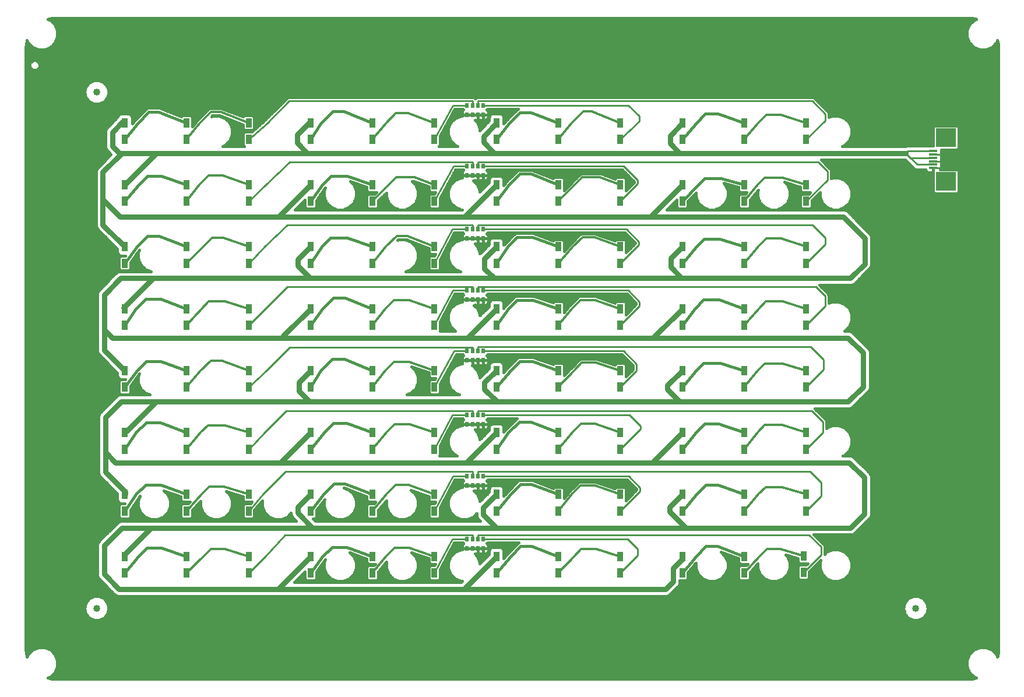
<source format=gtl>
G75*
%MOIN*%
%OFA0B0*%
%FSLAX25Y25*%
%IPPOS*%
%LPD*%
%AMOC8*
5,1,8,0,0,1.08239X$1,22.5*
%
%ADD10C,0.04000*%
%ADD11R,0.03543X0.05512*%
%ADD12R,0.01969X0.02559*%
%ADD13R,0.04724X0.01181*%
%ADD14R,0.11811X0.10630*%
%ADD15C,0.01600*%
%ADD16R,0.03962X0.03962*%
%ADD17C,0.01000*%
%ADD18C,0.03000*%
%ADD19C,0.01200*%
D10*
X0096107Y0075107D03*
X0096107Y0370383D03*
X0564611Y0075107D03*
D11*
X0500414Y0095631D03*
X0500414Y0105080D03*
X0466548Y0104753D03*
X0466548Y0095304D03*
X0431115Y0095304D03*
X0431115Y0104753D03*
X0395682Y0104753D03*
X0395682Y0095304D03*
X0360249Y0095304D03*
X0360249Y0104753D03*
X0360249Y0130737D03*
X0360249Y0140186D03*
X0395682Y0140186D03*
X0395682Y0130737D03*
X0431115Y0130737D03*
X0431115Y0140186D03*
X0431115Y0166170D03*
X0431115Y0175619D03*
X0395682Y0175619D03*
X0395682Y0166170D03*
X0360249Y0166170D03*
X0360249Y0175619D03*
X0360249Y0201603D03*
X0360249Y0211052D03*
X0395682Y0211052D03*
X0395682Y0201603D03*
X0431115Y0201603D03*
X0431115Y0211052D03*
X0431115Y0237036D03*
X0431115Y0246485D03*
X0395682Y0246485D03*
X0395682Y0237036D03*
X0360249Y0237036D03*
X0360249Y0246485D03*
X0360249Y0272469D03*
X0360249Y0281918D03*
X0395682Y0281918D03*
X0395682Y0272469D03*
X0431115Y0272469D03*
X0431115Y0281918D03*
X0431115Y0307902D03*
X0431115Y0317351D03*
X0395682Y0317351D03*
X0395682Y0307902D03*
X0360249Y0307902D03*
X0360249Y0317351D03*
X0360249Y0343335D03*
X0360249Y0352784D03*
X0395682Y0352784D03*
X0395682Y0343335D03*
X0431115Y0343335D03*
X0431115Y0352784D03*
X0466548Y0352784D03*
X0466548Y0343335D03*
X0501981Y0343335D03*
X0501981Y0352784D03*
X0501981Y0317351D03*
X0501981Y0307902D03*
X0466548Y0307902D03*
X0466548Y0317351D03*
X0466548Y0281918D03*
X0466548Y0272469D03*
X0501981Y0272469D03*
X0501981Y0281918D03*
X0501981Y0246485D03*
X0501981Y0237036D03*
X0466548Y0237036D03*
X0466548Y0246485D03*
X0466548Y0211052D03*
X0466548Y0201603D03*
X0501981Y0201603D03*
X0501981Y0211052D03*
X0501981Y0175619D03*
X0501981Y0166170D03*
X0466548Y0166170D03*
X0466548Y0175619D03*
X0466548Y0140186D03*
X0466548Y0130737D03*
X0501981Y0130737D03*
X0501981Y0140186D03*
X0324816Y0140186D03*
X0324816Y0130737D03*
X0289383Y0130737D03*
X0289383Y0140186D03*
X0253950Y0140186D03*
X0253950Y0130737D03*
X0253950Y0104753D03*
X0253950Y0095304D03*
X0289383Y0095304D03*
X0289383Y0104753D03*
X0324816Y0104753D03*
X0324816Y0095304D03*
X0324816Y0166170D03*
X0324816Y0175619D03*
X0289383Y0175619D03*
X0289383Y0166170D03*
X0253950Y0166170D03*
X0253950Y0175619D03*
X0253950Y0201603D03*
X0253950Y0211052D03*
X0289383Y0211052D03*
X0289383Y0201603D03*
X0324816Y0201603D03*
X0324816Y0211052D03*
X0324816Y0237036D03*
X0324816Y0246485D03*
X0289383Y0246485D03*
X0289383Y0237036D03*
X0253950Y0237036D03*
X0253950Y0246485D03*
X0253950Y0272469D03*
X0253950Y0281918D03*
X0289383Y0281918D03*
X0289383Y0272469D03*
X0324816Y0272469D03*
X0324816Y0281918D03*
X0324816Y0307902D03*
X0324816Y0317351D03*
X0289383Y0317351D03*
X0289383Y0307902D03*
X0253950Y0307902D03*
X0253950Y0317351D03*
X0253950Y0343335D03*
X0253950Y0352784D03*
X0289383Y0352784D03*
X0289383Y0343335D03*
X0324816Y0343335D03*
X0324816Y0352784D03*
X0218517Y0352784D03*
X0218517Y0343335D03*
X0183083Y0343335D03*
X0183083Y0352784D03*
X0147650Y0352784D03*
X0147650Y0343335D03*
X0147650Y0317351D03*
X0147650Y0307902D03*
X0183083Y0307902D03*
X0183083Y0317351D03*
X0218517Y0317351D03*
X0218517Y0307902D03*
X0218517Y0281918D03*
X0218517Y0272469D03*
X0183083Y0272469D03*
X0183083Y0281918D03*
X0147650Y0281918D03*
X0147650Y0272469D03*
X0147650Y0246485D03*
X0147650Y0237036D03*
X0183083Y0237036D03*
X0183083Y0246485D03*
X0218517Y0246485D03*
X0218517Y0237036D03*
X0218517Y0211052D03*
X0218517Y0201603D03*
X0183083Y0201603D03*
X0183083Y0211052D03*
X0147650Y0211052D03*
X0147650Y0201603D03*
X0147650Y0175619D03*
X0147650Y0166170D03*
X0183083Y0166170D03*
X0183083Y0175619D03*
X0218517Y0175619D03*
X0218517Y0166170D03*
X0218517Y0140186D03*
X0218517Y0130737D03*
X0183083Y0130737D03*
X0183083Y0140186D03*
X0147650Y0140186D03*
X0147650Y0130737D03*
X0147650Y0104753D03*
X0147650Y0095304D03*
X0183083Y0095304D03*
X0183083Y0104753D03*
X0218517Y0104753D03*
X0218517Y0095304D03*
X0112217Y0095304D03*
X0112217Y0104753D03*
X0112217Y0130737D03*
X0112217Y0140186D03*
X0112217Y0166170D03*
X0112217Y0175619D03*
X0112217Y0201603D03*
X0112217Y0211052D03*
X0112217Y0237036D03*
X0112217Y0246485D03*
X0112217Y0272469D03*
X0112217Y0281918D03*
X0112217Y0307902D03*
X0112217Y0317351D03*
X0112217Y0343335D03*
X0112217Y0352784D03*
D12*
X0307918Y0357489D03*
X0311068Y0357489D03*
X0314217Y0357489D03*
X0317367Y0357489D03*
X0317367Y0362804D03*
X0314217Y0362804D03*
X0311068Y0362804D03*
X0307918Y0362804D03*
X0307918Y0328158D03*
X0311068Y0328158D03*
X0314217Y0328158D03*
X0317367Y0328158D03*
X0317367Y0322843D03*
X0314217Y0322843D03*
X0311068Y0322843D03*
X0307918Y0322843D03*
X0307918Y0291938D03*
X0311068Y0291938D03*
X0314217Y0291938D03*
X0317367Y0291938D03*
X0317367Y0286623D03*
X0314217Y0286623D03*
X0311068Y0286623D03*
X0307918Y0286623D03*
X0307918Y0256898D03*
X0311068Y0256898D03*
X0314217Y0256898D03*
X0317367Y0256898D03*
X0317367Y0251583D03*
X0314217Y0251583D03*
X0311068Y0251583D03*
X0307918Y0251583D03*
X0307918Y0222253D03*
X0311068Y0222253D03*
X0314217Y0222253D03*
X0317367Y0222253D03*
X0317367Y0216938D03*
X0314217Y0216938D03*
X0311068Y0216938D03*
X0307918Y0216938D03*
X0307918Y0185639D03*
X0311068Y0185639D03*
X0314217Y0185639D03*
X0317367Y0185639D03*
X0317367Y0180324D03*
X0314217Y0180324D03*
X0311068Y0180324D03*
X0307918Y0180324D03*
X0307918Y0150599D03*
X0311068Y0150599D03*
X0314217Y0150599D03*
X0317367Y0150599D03*
X0317367Y0145284D03*
X0314217Y0145284D03*
X0311068Y0145284D03*
X0307918Y0145284D03*
X0307918Y0114772D03*
X0311068Y0114772D03*
X0314217Y0114772D03*
X0317367Y0114772D03*
X0317367Y0109457D03*
X0314217Y0109457D03*
X0311068Y0109457D03*
X0307918Y0109457D03*
D13*
X0574414Y0326879D03*
X0574414Y0328847D03*
X0574414Y0330816D03*
X0574414Y0332784D03*
X0574414Y0334753D03*
X0574414Y0336721D03*
D14*
X0581894Y0344320D03*
X0581894Y0319280D03*
D15*
X0055745Y0049599D02*
X0056277Y0047269D01*
X0056897Y0048765D01*
X0059457Y0051325D01*
X0062801Y0052710D01*
X0066421Y0052710D01*
X0069765Y0051325D01*
X0072325Y0048765D01*
X0073710Y0045421D01*
X0073710Y0041801D01*
X0072325Y0038457D01*
X0069765Y0035897D01*
X0068269Y0035277D01*
X0070599Y0034745D01*
X0072485Y0034639D01*
X0595162Y0034639D01*
X0597048Y0034745D01*
X0599379Y0035277D01*
X0597882Y0035897D01*
X0595322Y0038457D01*
X0593937Y0041801D01*
X0593937Y0045421D01*
X0595322Y0048765D01*
X0597882Y0051325D01*
X0601226Y0052710D01*
X0604846Y0052710D01*
X0608191Y0051325D01*
X0610750Y0048765D01*
X0611370Y0047269D01*
X0611902Y0049599D01*
X0612008Y0051485D01*
X0612008Y0395894D01*
X0611902Y0397781D01*
X0611370Y0400111D01*
X0610750Y0398614D01*
X0608191Y0396055D01*
X0604846Y0394669D01*
X0601226Y0394669D01*
X0597882Y0396055D01*
X0595322Y0398614D01*
X0593937Y0401959D01*
X0593937Y0405578D01*
X0595322Y0408923D01*
X0597882Y0411482D01*
X0599379Y0412102D01*
X0597048Y0412634D01*
X0597048Y0412634D01*
X0595162Y0412740D01*
X0072485Y0412740D01*
X0070599Y0412634D01*
X0068269Y0412102D01*
X0069765Y0411482D01*
X0072325Y0408923D01*
X0073710Y0405578D01*
X0073710Y0401959D01*
X0072325Y0398614D01*
X0069765Y0396055D01*
X0066421Y0394669D01*
X0062801Y0394669D01*
X0059457Y0396055D01*
X0056897Y0398614D01*
X0056277Y0400111D01*
X0055745Y0397781D01*
X0055639Y0395894D01*
X0055639Y0051485D01*
X0055745Y0049599D01*
X0055794Y0049384D02*
X0057515Y0049384D01*
X0056491Y0047785D02*
X0056159Y0047785D01*
X0055668Y0050982D02*
X0059114Y0050982D01*
X0062488Y0052581D02*
X0055639Y0052581D01*
X0055639Y0054179D02*
X0612008Y0054179D01*
X0612008Y0052581D02*
X0605159Y0052581D01*
X0608533Y0050982D02*
X0611980Y0050982D01*
X0611853Y0049384D02*
X0610132Y0049384D01*
X0611156Y0047785D02*
X0611488Y0047785D01*
X0600913Y0052581D02*
X0066734Y0052581D01*
X0070108Y0050982D02*
X0597539Y0050982D01*
X0595941Y0049384D02*
X0071707Y0049384D01*
X0072731Y0047785D02*
X0594916Y0047785D01*
X0594254Y0046187D02*
X0073393Y0046187D01*
X0073710Y0044588D02*
X0593937Y0044588D01*
X0593937Y0042990D02*
X0073710Y0042990D01*
X0073540Y0041391D02*
X0594107Y0041391D01*
X0594769Y0039793D02*
X0072878Y0039793D01*
X0072062Y0038194D02*
X0595585Y0038194D01*
X0597183Y0036596D02*
X0070464Y0036596D01*
X0069496Y0034997D02*
X0598151Y0034997D01*
X0612008Y0055778D02*
X0055639Y0055778D01*
X0055639Y0057376D02*
X0612008Y0057376D01*
X0612008Y0058975D02*
X0055639Y0058975D01*
X0055639Y0060573D02*
X0612008Y0060573D01*
X0612008Y0062172D02*
X0055639Y0062172D01*
X0055639Y0063770D02*
X0612008Y0063770D01*
X0612008Y0065369D02*
X0055639Y0065369D01*
X0055639Y0066967D02*
X0612008Y0066967D01*
X0612008Y0068566D02*
X0566657Y0068566D01*
X0566159Y0068326D02*
X0568948Y0069669D01*
X0570878Y0072089D01*
X0570878Y0072089D01*
X0571567Y0075107D01*
X0570878Y0078125D01*
X0568948Y0080545D01*
X0568948Y0080545D01*
X0566159Y0081888D01*
X0563063Y0081888D01*
X0560274Y0080545D01*
X0558344Y0078125D01*
X0557656Y0075107D01*
X0558344Y0072089D01*
X0560274Y0069669D01*
X0560274Y0069669D01*
X0563063Y0068326D01*
X0566159Y0068326D01*
X0568948Y0069669D02*
X0568948Y0069669D01*
X0568948Y0069669D01*
X0569343Y0070164D02*
X0612008Y0070164D01*
X0612008Y0071763D02*
X0570617Y0071763D01*
X0571168Y0073361D02*
X0612008Y0073361D01*
X0612008Y0074960D02*
X0571533Y0074960D01*
X0571235Y0076558D02*
X0612008Y0076558D01*
X0612008Y0078157D02*
X0570852Y0078157D01*
X0570878Y0078125D02*
X0570878Y0078125D01*
X0569578Y0079755D02*
X0612008Y0079755D01*
X0612008Y0081354D02*
X0567268Y0081354D01*
X0561954Y0081354D02*
X0098764Y0081354D01*
X0097655Y0081888D02*
X0094559Y0081888D01*
X0091770Y0080545D01*
X0089840Y0078125D01*
X0089152Y0075107D01*
X0089840Y0072089D01*
X0091770Y0069669D01*
X0091770Y0069669D01*
X0094559Y0068326D01*
X0097655Y0068326D01*
X0100444Y0069669D01*
X0102374Y0072089D01*
X0102374Y0072089D01*
X0103063Y0075107D01*
X0102374Y0078125D01*
X0100444Y0080545D01*
X0100444Y0080545D01*
X0097655Y0081888D01*
X0101074Y0079755D02*
X0559645Y0079755D01*
X0560274Y0080545D02*
X0560274Y0080545D01*
X0560274Y0080545D01*
X0558370Y0078157D02*
X0102348Y0078157D01*
X0102374Y0078125D02*
X0102374Y0078125D01*
X0102731Y0076558D02*
X0557987Y0076558D01*
X0557656Y0075107D02*
X0557656Y0075107D01*
X0557689Y0074960D02*
X0103029Y0074960D01*
X0102664Y0073361D02*
X0558054Y0073361D01*
X0558344Y0072089D02*
X0558344Y0072089D01*
X0558605Y0071763D02*
X0102113Y0071763D01*
X0100839Y0070164D02*
X0559879Y0070164D01*
X0562565Y0068566D02*
X0098153Y0068566D01*
X0100444Y0069669D02*
X0100444Y0069669D01*
X0100444Y0069669D01*
X0094061Y0068566D02*
X0055639Y0068566D01*
X0055639Y0070164D02*
X0091375Y0070164D01*
X0090101Y0071763D02*
X0055639Y0071763D01*
X0055639Y0073361D02*
X0089550Y0073361D01*
X0089840Y0072089D02*
X0089840Y0072089D01*
X0089185Y0074960D02*
X0055639Y0074960D01*
X0055639Y0076558D02*
X0089483Y0076558D01*
X0089152Y0075107D02*
X0089152Y0075107D01*
X0089840Y0078125D02*
X0089840Y0078125D01*
X0089866Y0078157D02*
X0055639Y0078157D01*
X0055639Y0079755D02*
X0091141Y0079755D01*
X0091770Y0080545D02*
X0091770Y0080545D01*
X0091770Y0080545D01*
X0093450Y0081354D02*
X0055639Y0081354D01*
X0055639Y0082952D02*
X0106469Y0082952D01*
X0106691Y0082731D02*
X0108124Y0082137D01*
X0422276Y0082137D01*
X0423709Y0082731D01*
X0428009Y0087031D01*
X0429106Y0088128D01*
X0429700Y0089561D01*
X0429700Y0091048D01*
X0433508Y0091048D01*
X0434387Y0091927D01*
X0434387Y0095666D01*
X0438898Y0101165D01*
X0438898Y0097864D01*
X0440283Y0094520D01*
X0442843Y0091960D01*
X0446187Y0090575D01*
X0449807Y0090575D01*
X0453151Y0091960D01*
X0455711Y0094520D01*
X0457096Y0097864D01*
X0457096Y0101484D01*
X0455711Y0104828D01*
X0453177Y0107362D01*
X0463276Y0103533D01*
X0463276Y0101376D01*
X0464155Y0100497D01*
X0468522Y0100497D01*
X0467647Y0099560D01*
X0464155Y0099560D01*
X0463276Y0098681D01*
X0463276Y0091927D01*
X0464155Y0091048D01*
X0468941Y0091048D01*
X0469820Y0091927D01*
X0469820Y0095732D01*
X0474331Y0100566D01*
X0474331Y0097864D01*
X0475716Y0094520D01*
X0478276Y0091960D01*
X0481620Y0090575D01*
X0485240Y0090575D01*
X0488584Y0091960D01*
X0491144Y0094520D01*
X0492529Y0097864D01*
X0492529Y0101484D01*
X0491144Y0104828D01*
X0490132Y0105840D01*
X0497143Y0103832D01*
X0497143Y0101702D01*
X0498021Y0100824D01*
X0502779Y0100824D01*
X0501842Y0099887D01*
X0498021Y0099887D01*
X0497143Y0099008D01*
X0497143Y0092253D01*
X0498021Y0091375D01*
X0502807Y0091375D01*
X0503686Y0092253D01*
X0503686Y0096074D01*
X0510236Y0102624D01*
X0509764Y0101484D01*
X0509764Y0097864D01*
X0511149Y0094520D01*
X0513709Y0091960D01*
X0517053Y0090575D01*
X0520673Y0090575D01*
X0524017Y0091960D01*
X0526577Y0094520D01*
X0527962Y0097864D01*
X0527962Y0101484D01*
X0526577Y0104828D01*
X0524017Y0107388D01*
X0520673Y0108773D01*
X0517053Y0108773D01*
X0513709Y0107388D01*
X0512400Y0106079D01*
X0512400Y0111065D01*
X0511228Y0112237D01*
X0506228Y0117237D01*
X0527976Y0117237D01*
X0529409Y0117831D01*
X0530506Y0118928D01*
X0538506Y0126928D01*
X0539100Y0128361D01*
X0539100Y0150713D01*
X0538506Y0152146D01*
X0537409Y0153243D01*
X0528909Y0161743D01*
X0527476Y0162337D01*
X0522836Y0162337D01*
X0524017Y0162826D01*
X0526577Y0165386D01*
X0527962Y0168730D01*
X0527962Y0172350D01*
X0526577Y0175694D01*
X0524017Y0178254D01*
X0520673Y0179639D01*
X0517053Y0179639D01*
X0513709Y0178254D01*
X0513600Y0178145D01*
X0513600Y0182565D01*
X0512428Y0183737D01*
X0506728Y0189437D01*
X0526776Y0189437D01*
X0528209Y0190031D01*
X0529306Y0191128D01*
X0537806Y0199628D01*
X0538400Y0201061D01*
X0538400Y0222013D01*
X0537806Y0223446D01*
X0536709Y0224543D01*
X0528209Y0233043D01*
X0526776Y0233637D01*
X0523884Y0233637D01*
X0524017Y0233692D01*
X0526577Y0236252D01*
X0527962Y0239596D01*
X0527962Y0243216D01*
X0526577Y0246561D01*
X0524017Y0249120D01*
X0520673Y0250505D01*
X0517053Y0250505D01*
X0515000Y0249655D01*
X0515000Y0254465D01*
X0513828Y0255637D01*
X0509428Y0260037D01*
X0527976Y0260037D01*
X0529409Y0260631D01*
X0530506Y0261728D01*
X0538706Y0269928D01*
X0539300Y0271361D01*
X0539300Y0287613D01*
X0538706Y0289046D01*
X0537609Y0290143D01*
X0525409Y0302343D01*
X0523976Y0302937D01*
X0422216Y0302937D01*
X0427843Y0308564D01*
X0427843Y0304525D01*
X0428722Y0303646D01*
X0433508Y0303646D01*
X0434387Y0304525D01*
X0434387Y0308012D01*
X0438898Y0312775D01*
X0438898Y0310462D01*
X0440283Y0307118D01*
X0442843Y0304559D01*
X0446187Y0303173D01*
X0449807Y0303173D01*
X0453151Y0304559D01*
X0455711Y0307118D01*
X0457096Y0310462D01*
X0457096Y0314082D01*
X0455711Y0317427D01*
X0454838Y0318300D01*
X0463276Y0315893D01*
X0463276Y0313974D01*
X0464155Y0313095D01*
X0468016Y0313095D01*
X0467266Y0312158D01*
X0464155Y0312158D01*
X0463276Y0311280D01*
X0463276Y0304525D01*
X0464155Y0303646D01*
X0468941Y0303646D01*
X0469820Y0304525D01*
X0469820Y0308628D01*
X0474485Y0314454D01*
X0474331Y0314082D01*
X0474331Y0310462D01*
X0475716Y0307118D01*
X0478276Y0304559D01*
X0481620Y0303173D01*
X0485240Y0303173D01*
X0488584Y0304559D01*
X0491144Y0307118D01*
X0492529Y0310462D01*
X0492529Y0314082D01*
X0491144Y0317427D01*
X0489678Y0318893D01*
X0498709Y0316150D01*
X0498709Y0313974D01*
X0499588Y0313095D01*
X0504346Y0313095D01*
X0503409Y0312158D01*
X0499588Y0312158D01*
X0498709Y0311280D01*
X0498709Y0304525D01*
X0499588Y0303646D01*
X0504374Y0303646D01*
X0505253Y0304525D01*
X0505253Y0308346D01*
X0509764Y0312857D01*
X0509764Y0310462D01*
X0511149Y0307118D01*
X0513709Y0304559D01*
X0517053Y0303173D01*
X0520673Y0303173D01*
X0524017Y0304559D01*
X0526577Y0307118D01*
X0527962Y0310462D01*
X0527962Y0314082D01*
X0526577Y0317427D01*
X0524017Y0319986D01*
X0520673Y0321372D01*
X0517053Y0321372D01*
X0516200Y0321018D01*
X0516200Y0325965D01*
X0515028Y0327137D01*
X0510628Y0331537D01*
X0558662Y0331537D01*
X0559058Y0331142D01*
X0563810Y0326389D01*
X0564876Y0325947D01*
X0570280Y0325947D01*
X0570375Y0325593D01*
X0570612Y0325183D01*
X0570947Y0324848D01*
X0571357Y0324611D01*
X0571815Y0324488D01*
X0574414Y0324488D01*
X0574414Y0325857D01*
X0574414Y0325857D01*
X0574414Y0324488D01*
X0574489Y0324488D01*
X0574489Y0313344D01*
X0575368Y0312465D01*
X0588421Y0312465D01*
X0589300Y0313344D01*
X0589300Y0325217D01*
X0588421Y0326095D01*
X0578576Y0326095D01*
X0578576Y0326663D01*
X0578811Y0326897D01*
X0579176Y0327779D01*
X0579176Y0329915D01*
X0578811Y0330797D01*
X0578793Y0330816D01*
X0578811Y0330834D01*
X0579176Y0331716D01*
X0579176Y0333852D01*
X0578811Y0334734D01*
X0578793Y0334753D01*
X0578811Y0334771D01*
X0579176Y0335653D01*
X0579176Y0337505D01*
X0588421Y0337505D01*
X0589300Y0338383D01*
X0589300Y0350256D01*
X0588421Y0351135D01*
X0575368Y0351135D01*
X0574489Y0350256D01*
X0574489Y0339712D01*
X0571575Y0339712D01*
X0571356Y0339621D01*
X0559571Y0339621D01*
X0558885Y0339337D01*
X0522437Y0339337D01*
X0524017Y0339992D01*
X0526577Y0342551D01*
X0527962Y0345896D01*
X0527962Y0349515D01*
X0526577Y0352860D01*
X0524017Y0355419D01*
X0520673Y0356805D01*
X0517053Y0356805D01*
X0515000Y0355954D01*
X0515000Y0358565D01*
X0513828Y0359737D01*
X0506243Y0367322D01*
X0313389Y0367322D01*
X0312618Y0366551D01*
X0311896Y0367272D01*
X0205457Y0367272D01*
X0204285Y0366100D01*
X0192035Y0353851D01*
X0184901Y0347591D01*
X0180690Y0347591D01*
X0179812Y0346713D01*
X0179812Y0339958D01*
X0180433Y0339337D01*
X0168106Y0339337D01*
X0169687Y0339992D01*
X0172246Y0342551D01*
X0173631Y0345896D01*
X0173631Y0349515D01*
X0172246Y0352860D01*
X0169687Y0355419D01*
X0166342Y0356805D01*
X0162722Y0356805D01*
X0161951Y0356485D01*
X0162331Y0356865D01*
X0166669Y0356865D01*
X0179812Y0351795D01*
X0179812Y0349407D01*
X0180690Y0348528D01*
X0185476Y0348528D01*
X0186355Y0349407D01*
X0186355Y0356161D01*
X0185476Y0357040D01*
X0180690Y0357040D01*
X0179910Y0356259D01*
X0168230Y0360765D01*
X0167930Y0361065D01*
X0167451Y0361065D01*
X0167004Y0361238D01*
X0166615Y0361065D01*
X0160592Y0361065D01*
X0159361Y0359835D01*
X0153922Y0354396D01*
X0153789Y0354381D01*
X0153319Y0353793D01*
X0152787Y0353260D01*
X0152787Y0353127D01*
X0150922Y0350793D01*
X0150922Y0356161D01*
X0150043Y0357040D01*
X0145257Y0357040D01*
X0144631Y0356414D01*
X0132909Y0360936D01*
X0132579Y0361265D01*
X0132055Y0361265D01*
X0131566Y0361454D01*
X0131140Y0361265D01*
X0125076Y0361265D01*
X0123728Y0359918D01*
X0118397Y0354587D01*
X0118252Y0354571D01*
X0117737Y0353926D01*
X0117154Y0353343D01*
X0117154Y0353197D01*
X0116389Y0352240D01*
X0116389Y0356018D01*
X0116024Y0356900D01*
X0115348Y0357575D01*
X0114466Y0357940D01*
X0109968Y0357940D01*
X0109086Y0357575D01*
X0108411Y0356900D01*
X0108046Y0356018D01*
X0108046Y0355898D01*
X0102891Y0350743D01*
X0101794Y0349646D01*
X0101200Y0348213D01*
X0101200Y0338661D01*
X0101794Y0337228D01*
X0104335Y0334687D01*
X0097491Y0327843D01*
X0096394Y0326746D01*
X0095800Y0325313D01*
X0095800Y0293660D01*
X0096394Y0292226D01*
X0097491Y0291129D01*
X0108046Y0280574D01*
X0108046Y0278685D01*
X0108411Y0277803D01*
X0109086Y0277128D01*
X0109968Y0276762D01*
X0112486Y0276762D01*
X0112460Y0276725D01*
X0109824Y0276725D01*
X0108946Y0275847D01*
X0108946Y0269092D01*
X0109824Y0268213D01*
X0114610Y0268213D01*
X0115489Y0269092D01*
X0115489Y0273066D01*
X0120625Y0280158D01*
X0120000Y0278649D01*
X0120000Y0275029D01*
X0121385Y0271685D01*
X0123945Y0269125D01*
X0127055Y0267837D01*
X0109124Y0267837D01*
X0107691Y0267243D01*
X0098191Y0257743D01*
X0097094Y0256646D01*
X0096500Y0255213D01*
X0096500Y0222061D01*
X0097094Y0220628D01*
X0108046Y0209676D01*
X0108046Y0207819D01*
X0108411Y0206937D01*
X0109086Y0206261D01*
X0109968Y0205896D01*
X0112486Y0205896D01*
X0112460Y0205859D01*
X0109824Y0205859D01*
X0108946Y0204980D01*
X0108946Y0198226D01*
X0109824Y0197347D01*
X0114610Y0197347D01*
X0115489Y0198226D01*
X0115489Y0202200D01*
X0120625Y0209292D01*
X0120000Y0207783D01*
X0120000Y0204163D01*
X0121385Y0200819D01*
X0123945Y0198259D01*
X0126413Y0197237D01*
X0109324Y0197237D01*
X0107891Y0196643D01*
X0098891Y0187643D01*
X0097794Y0186546D01*
X0097200Y0185113D01*
X0097200Y0152261D01*
X0097794Y0150828D01*
X0098891Y0149731D01*
X0108046Y0140576D01*
X0108046Y0136953D01*
X0108411Y0136070D01*
X0109086Y0135395D01*
X0109968Y0135030D01*
X0112363Y0135030D01*
X0112337Y0134993D01*
X0109824Y0134993D01*
X0108946Y0134114D01*
X0108946Y0127360D01*
X0109824Y0126481D01*
X0114610Y0126481D01*
X0115489Y0127360D01*
X0115489Y0131451D01*
X0120445Y0138712D01*
X0120955Y0139222D01*
X0120000Y0136917D01*
X0120000Y0133297D01*
X0121385Y0129953D01*
X0123945Y0127393D01*
X0127289Y0126008D01*
X0130909Y0126008D01*
X0134253Y0127393D01*
X0136813Y0129953D01*
X0138198Y0133297D01*
X0138198Y0136917D01*
X0136813Y0140261D01*
X0134590Y0142485D01*
X0144379Y0138928D01*
X0144379Y0136809D01*
X0145257Y0135930D01*
X0149464Y0135930D01*
X0148629Y0134993D01*
X0145257Y0134993D01*
X0144379Y0134114D01*
X0144379Y0127360D01*
X0145257Y0126481D01*
X0150043Y0126481D01*
X0150922Y0127360D01*
X0150922Y0131253D01*
X0155433Y0136316D01*
X0155433Y0133297D01*
X0156818Y0129953D01*
X0159378Y0127393D01*
X0162722Y0126008D01*
X0166342Y0126008D01*
X0169687Y0127393D01*
X0172246Y0129953D01*
X0173631Y0133297D01*
X0173631Y0136917D01*
X0172246Y0140261D01*
X0170363Y0142145D01*
X0179812Y0139048D01*
X0179812Y0136809D01*
X0180690Y0135930D01*
X0184887Y0135930D01*
X0184087Y0134993D01*
X0180690Y0134993D01*
X0179812Y0134114D01*
X0179812Y0127360D01*
X0180690Y0126481D01*
X0185476Y0126481D01*
X0186355Y0127360D01*
X0186355Y0131489D01*
X0190866Y0136774D01*
X0190866Y0133297D01*
X0192251Y0129953D01*
X0194811Y0127393D01*
X0198155Y0126008D01*
X0201775Y0126008D01*
X0205120Y0127393D01*
X0207300Y0129574D01*
X0207300Y0128861D01*
X0207894Y0127428D01*
X0210285Y0125037D01*
X0109824Y0125037D01*
X0108391Y0124443D01*
X0098191Y0114243D01*
X0097094Y0113146D01*
X0096500Y0111713D01*
X0096500Y0093761D01*
X0097094Y0092328D01*
X0106691Y0082731D01*
X0104871Y0084551D02*
X0055639Y0084551D01*
X0055639Y0086149D02*
X0103272Y0086149D01*
X0101674Y0087748D02*
X0055639Y0087748D01*
X0055639Y0089346D02*
X0100075Y0089346D01*
X0098477Y0090945D02*
X0055639Y0090945D01*
X0055639Y0092543D02*
X0097004Y0092543D01*
X0096500Y0094142D02*
X0055639Y0094142D01*
X0055639Y0095740D02*
X0096500Y0095740D01*
X0096500Y0097339D02*
X0055639Y0097339D01*
X0055639Y0098937D02*
X0096500Y0098937D01*
X0096500Y0100536D02*
X0055639Y0100536D01*
X0055639Y0102134D02*
X0096500Y0102134D01*
X0096500Y0103733D02*
X0055639Y0103733D01*
X0055639Y0105332D02*
X0096500Y0105332D01*
X0096500Y0106930D02*
X0055639Y0106930D01*
X0055639Y0108529D02*
X0096500Y0108529D01*
X0096500Y0110127D02*
X0055639Y0110127D01*
X0055639Y0111726D02*
X0096505Y0111726D01*
X0097272Y0113324D02*
X0055639Y0113324D01*
X0055639Y0114923D02*
X0098870Y0114923D01*
X0100469Y0116521D02*
X0055639Y0116521D01*
X0055639Y0118120D02*
X0102067Y0118120D01*
X0103666Y0119718D02*
X0055639Y0119718D01*
X0055639Y0121317D02*
X0105264Y0121317D01*
X0106863Y0122915D02*
X0055639Y0122915D01*
X0055639Y0124514D02*
X0108561Y0124514D01*
X0108946Y0127711D02*
X0055639Y0127711D01*
X0055639Y0129309D02*
X0108946Y0129309D01*
X0108946Y0130908D02*
X0055639Y0130908D01*
X0055639Y0132506D02*
X0108946Y0132506D01*
X0108946Y0134105D02*
X0055639Y0134105D01*
X0055639Y0135703D02*
X0108778Y0135703D01*
X0108046Y0137302D02*
X0055639Y0137302D01*
X0055639Y0138900D02*
X0108046Y0138900D01*
X0108046Y0140499D02*
X0055639Y0140499D01*
X0055639Y0142097D02*
X0106524Y0142097D01*
X0104926Y0143696D02*
X0055639Y0143696D01*
X0055639Y0145294D02*
X0103327Y0145294D01*
X0101729Y0146893D02*
X0055639Y0146893D01*
X0055639Y0148491D02*
X0100130Y0148491D01*
X0098532Y0150090D02*
X0055639Y0150090D01*
X0055639Y0151688D02*
X0097437Y0151688D01*
X0097200Y0153287D02*
X0055639Y0153287D01*
X0055639Y0154885D02*
X0097200Y0154885D01*
X0097200Y0156484D02*
X0055639Y0156484D01*
X0055639Y0158082D02*
X0097200Y0158082D01*
X0097200Y0159681D02*
X0055639Y0159681D01*
X0055639Y0161279D02*
X0097200Y0161279D01*
X0097200Y0162878D02*
X0055639Y0162878D01*
X0055639Y0164476D02*
X0097200Y0164476D01*
X0097200Y0166075D02*
X0055639Y0166075D01*
X0055639Y0167673D02*
X0097200Y0167673D01*
X0097200Y0169272D02*
X0055639Y0169272D01*
X0055639Y0170870D02*
X0097200Y0170870D01*
X0097200Y0172469D02*
X0055639Y0172469D01*
X0055639Y0174068D02*
X0097200Y0174068D01*
X0097200Y0175666D02*
X0055639Y0175666D01*
X0055639Y0177265D02*
X0097200Y0177265D01*
X0097200Y0178863D02*
X0055639Y0178863D01*
X0055639Y0180462D02*
X0097200Y0180462D01*
X0097200Y0182060D02*
X0055639Y0182060D01*
X0055639Y0183659D02*
X0097200Y0183659D01*
X0097260Y0185257D02*
X0055639Y0185257D01*
X0055639Y0186856D02*
X0098103Y0186856D01*
X0099702Y0188454D02*
X0055639Y0188454D01*
X0055639Y0190053D02*
X0101300Y0190053D01*
X0102899Y0191651D02*
X0055639Y0191651D01*
X0055639Y0193250D02*
X0104497Y0193250D01*
X0106096Y0194848D02*
X0055639Y0194848D01*
X0055639Y0196447D02*
X0107694Y0196447D01*
X0109126Y0198045D02*
X0055639Y0198045D01*
X0055639Y0199644D02*
X0108946Y0199644D01*
X0108946Y0201242D02*
X0055639Y0201242D01*
X0055639Y0202841D02*
X0108946Y0202841D01*
X0108946Y0204439D02*
X0055639Y0204439D01*
X0055639Y0206038D02*
X0109626Y0206038D01*
X0108121Y0207636D02*
X0055639Y0207636D01*
X0055639Y0209235D02*
X0108046Y0209235D01*
X0106888Y0210833D02*
X0055639Y0210833D01*
X0055639Y0212432D02*
X0105290Y0212432D01*
X0103691Y0214030D02*
X0055639Y0214030D01*
X0055639Y0215629D02*
X0102093Y0215629D01*
X0100494Y0217227D02*
X0055639Y0217227D01*
X0055639Y0218826D02*
X0098896Y0218826D01*
X0097297Y0220424D02*
X0055639Y0220424D01*
X0055639Y0222023D02*
X0096516Y0222023D01*
X0096500Y0223621D02*
X0055639Y0223621D01*
X0055639Y0225220D02*
X0096500Y0225220D01*
X0096500Y0226818D02*
X0055639Y0226818D01*
X0055639Y0228417D02*
X0096500Y0228417D01*
X0096500Y0230015D02*
X0055639Y0230015D01*
X0055639Y0231614D02*
X0096500Y0231614D01*
X0096500Y0233212D02*
X0055639Y0233212D01*
X0055639Y0234811D02*
X0096500Y0234811D01*
X0096500Y0236409D02*
X0055639Y0236409D01*
X0055639Y0238008D02*
X0096500Y0238008D01*
X0096500Y0239606D02*
X0055639Y0239606D01*
X0055639Y0241205D02*
X0096500Y0241205D01*
X0096500Y0242803D02*
X0055639Y0242803D01*
X0055639Y0244402D02*
X0096500Y0244402D01*
X0096500Y0246001D02*
X0055639Y0246001D01*
X0055639Y0247599D02*
X0096500Y0247599D01*
X0096500Y0249198D02*
X0055639Y0249198D01*
X0055639Y0250796D02*
X0096500Y0250796D01*
X0096500Y0252395D02*
X0055639Y0252395D01*
X0055639Y0253993D02*
X0096500Y0253993D01*
X0096657Y0255592D02*
X0055639Y0255592D01*
X0055639Y0257190D02*
X0097638Y0257190D01*
X0099236Y0258789D02*
X0055639Y0258789D01*
X0055639Y0260387D02*
X0100835Y0260387D01*
X0102433Y0261986D02*
X0055639Y0261986D01*
X0055639Y0263584D02*
X0104032Y0263584D01*
X0105630Y0265183D02*
X0055639Y0265183D01*
X0055639Y0266781D02*
X0107229Y0266781D01*
X0109658Y0268380D02*
X0055639Y0268380D01*
X0055639Y0269978D02*
X0108946Y0269978D01*
X0108946Y0271577D02*
X0055639Y0271577D01*
X0055639Y0273175D02*
X0108946Y0273175D01*
X0108946Y0274774D02*
X0055639Y0274774D01*
X0055639Y0276372D02*
X0109471Y0276372D01*
X0108341Y0277971D02*
X0055639Y0277971D01*
X0055639Y0279569D02*
X0108046Y0279569D01*
X0107452Y0281168D02*
X0055639Y0281168D01*
X0055639Y0282766D02*
X0105854Y0282766D01*
X0104255Y0284365D02*
X0055639Y0284365D01*
X0055639Y0285963D02*
X0102657Y0285963D01*
X0101058Y0287562D02*
X0055639Y0287562D01*
X0055639Y0289160D02*
X0099460Y0289160D01*
X0097861Y0290759D02*
X0055639Y0290759D01*
X0055639Y0292357D02*
X0096339Y0292357D01*
X0095800Y0293956D02*
X0055639Y0293956D01*
X0055639Y0295554D02*
X0095800Y0295554D01*
X0095800Y0297153D02*
X0055639Y0297153D01*
X0055639Y0298751D02*
X0095800Y0298751D01*
X0095800Y0300350D02*
X0055639Y0300350D01*
X0055639Y0301948D02*
X0095800Y0301948D01*
X0095800Y0303547D02*
X0055639Y0303547D01*
X0055639Y0305145D02*
X0095800Y0305145D01*
X0095800Y0306744D02*
X0055639Y0306744D01*
X0055639Y0308342D02*
X0095800Y0308342D01*
X0095800Y0309941D02*
X0055639Y0309941D01*
X0055639Y0311539D02*
X0095800Y0311539D01*
X0095800Y0313138D02*
X0055639Y0313138D01*
X0055639Y0314737D02*
X0095800Y0314737D01*
X0095800Y0316335D02*
X0055639Y0316335D01*
X0055639Y0317934D02*
X0095800Y0317934D01*
X0095800Y0319532D02*
X0055639Y0319532D01*
X0055639Y0321131D02*
X0095800Y0321131D01*
X0095800Y0322729D02*
X0055639Y0322729D01*
X0055639Y0324328D02*
X0095800Y0324328D01*
X0096054Y0325926D02*
X0055639Y0325926D01*
X0055639Y0327525D02*
X0097172Y0327525D01*
X0098771Y0329123D02*
X0055639Y0329123D01*
X0055639Y0330722D02*
X0100369Y0330722D01*
X0101968Y0332320D02*
X0055639Y0332320D01*
X0055639Y0333919D02*
X0103566Y0333919D01*
X0103504Y0335517D02*
X0055639Y0335517D01*
X0055639Y0337116D02*
X0101906Y0337116D01*
X0101200Y0338714D02*
X0055639Y0338714D01*
X0055639Y0340313D02*
X0101200Y0340313D01*
X0101200Y0341911D02*
X0055639Y0341911D01*
X0055639Y0343510D02*
X0101200Y0343510D01*
X0101200Y0345108D02*
X0055639Y0345108D01*
X0055639Y0346707D02*
X0101200Y0346707D01*
X0101238Y0348305D02*
X0055639Y0348305D01*
X0055639Y0349904D02*
X0102051Y0349904D01*
X0103650Y0351502D02*
X0055639Y0351502D01*
X0055639Y0353101D02*
X0105248Y0353101D01*
X0106847Y0354699D02*
X0055639Y0354699D01*
X0055639Y0356298D02*
X0108162Y0356298D01*
X0109862Y0357896D02*
X0055639Y0357896D01*
X0055639Y0359495D02*
X0123305Y0359495D01*
X0124904Y0361093D02*
X0055639Y0361093D01*
X0055639Y0362692D02*
X0200876Y0362692D01*
X0199278Y0361093D02*
X0167378Y0361093D01*
X0166678Y0361093D02*
X0132751Y0361093D01*
X0131627Y0358965D02*
X0147650Y0352784D01*
X0150922Y0353101D02*
X0152766Y0353101D01*
X0151489Y0351502D02*
X0150922Y0351502D01*
X0150922Y0354699D02*
X0154226Y0354699D01*
X0155824Y0356298D02*
X0150786Y0356298D01*
X0157423Y0357896D02*
X0140789Y0357896D01*
X0136645Y0359495D02*
X0159021Y0359495D01*
X0167566Y0356298D02*
X0168140Y0356298D01*
X0170407Y0354699D02*
X0172284Y0354699D01*
X0172005Y0353101D02*
X0176428Y0353101D01*
X0179812Y0351502D02*
X0172809Y0351502D01*
X0173471Y0349904D02*
X0179812Y0349904D01*
X0179812Y0346707D02*
X0173631Y0346707D01*
X0173631Y0348305D02*
X0185715Y0348305D01*
X0186355Y0349904D02*
X0187537Y0349904D01*
X0186355Y0351502D02*
X0189359Y0351502D01*
X0191181Y0353101D02*
X0186355Y0353101D01*
X0186355Y0354699D02*
X0192884Y0354699D01*
X0194482Y0356298D02*
X0186219Y0356298D01*
X0179948Y0356298D02*
X0179810Y0356298D01*
X0175666Y0357896D02*
X0196081Y0357896D01*
X0197679Y0359495D02*
X0171522Y0359495D01*
X0173305Y0345108D02*
X0179812Y0345108D01*
X0179812Y0343510D02*
X0172643Y0343510D01*
X0171606Y0341911D02*
X0179812Y0341911D01*
X0179812Y0340313D02*
X0170008Y0340313D01*
X0147650Y0317351D02*
X0133202Y0322351D01*
X0125241Y0322351D01*
X0120241Y0317351D01*
X0112217Y0307902D01*
X0125241Y0288099D02*
X0132020Y0288099D01*
X0147650Y0281918D01*
X0125241Y0288099D02*
X0119060Y0281918D01*
X0112217Y0272469D01*
X0115489Y0271577D02*
X0121494Y0271577D01*
X0120768Y0273175D02*
X0115568Y0273175D01*
X0116726Y0274774D02*
X0120106Y0274774D01*
X0120000Y0276372D02*
X0117883Y0276372D01*
X0119041Y0277971D02*
X0120000Y0277971D01*
X0120199Y0279569D02*
X0120381Y0279569D01*
X0123092Y0269978D02*
X0115489Y0269978D01*
X0114777Y0268380D02*
X0125745Y0268380D01*
X0124060Y0251879D02*
X0132808Y0251879D01*
X0147650Y0246485D01*
X0124060Y0251879D02*
X0118666Y0246485D01*
X0112217Y0237036D01*
X0124454Y0216446D02*
X0132808Y0216446D01*
X0147650Y0211052D01*
X0124454Y0216446D02*
X0119060Y0211052D01*
X0112217Y0201603D01*
X0115489Y0201242D02*
X0121210Y0201242D01*
X0120548Y0202841D02*
X0115953Y0202841D01*
X0117111Y0204439D02*
X0120000Y0204439D01*
X0120000Y0206038D02*
X0118268Y0206038D01*
X0119426Y0207636D02*
X0120000Y0207636D01*
X0120584Y0209235D02*
X0120601Y0209235D01*
X0122561Y0199644D02*
X0115489Y0199644D01*
X0115308Y0198045D02*
X0124462Y0198045D01*
X0124454Y0181406D02*
X0132414Y0181406D01*
X0147650Y0175619D01*
X0124454Y0181406D02*
X0118666Y0175619D01*
X0112217Y0166170D01*
X0124060Y0145580D02*
X0132808Y0145580D01*
X0147650Y0140186D01*
X0144379Y0138900D02*
X0137377Y0138900D01*
X0138039Y0137302D02*
X0144379Y0137302D01*
X0144379Y0134105D02*
X0138198Y0134105D01*
X0138198Y0135703D02*
X0149262Y0135703D01*
X0152039Y0132506D02*
X0155761Y0132506D01*
X0155433Y0134105D02*
X0153463Y0134105D01*
X0154887Y0135703D02*
X0155433Y0135703D01*
X0156423Y0130908D02*
X0150922Y0130908D01*
X0150922Y0129309D02*
X0157462Y0129309D01*
X0159060Y0127711D02*
X0150922Y0127711D01*
X0144379Y0127711D02*
X0134571Y0127711D01*
X0136170Y0129309D02*
X0144379Y0129309D01*
X0144379Y0130908D02*
X0137209Y0130908D01*
X0137871Y0132506D02*
X0144379Y0132506D01*
X0140055Y0140499D02*
X0136576Y0140499D01*
X0135656Y0142097D02*
X0134977Y0142097D01*
X0124060Y0145580D02*
X0118666Y0140186D01*
X0112217Y0130737D01*
X0115489Y0130908D02*
X0120990Y0130908D01*
X0120328Y0132506D02*
X0116209Y0132506D01*
X0117300Y0134105D02*
X0120000Y0134105D01*
X0120000Y0135703D02*
X0118391Y0135703D01*
X0119482Y0137302D02*
X0120159Y0137302D01*
X0120633Y0138900D02*
X0120821Y0138900D01*
X0122029Y0129309D02*
X0115489Y0129309D01*
X0115489Y0127711D02*
X0123627Y0127711D01*
X0127037Y0126112D02*
X0055639Y0126112D01*
X0112217Y0095304D02*
X0119847Y0104753D01*
X0124847Y0109753D01*
X0133202Y0109753D01*
X0147650Y0104753D01*
X0162471Y0126112D02*
X0131161Y0126112D01*
X0166594Y0126112D02*
X0197904Y0126112D01*
X0194494Y0127711D02*
X0186355Y0127711D01*
X0186355Y0129309D02*
X0192895Y0129309D01*
X0191856Y0130908D02*
X0186355Y0130908D01*
X0187223Y0132506D02*
X0191194Y0132506D01*
X0190866Y0134105D02*
X0188588Y0134105D01*
X0189952Y0135703D02*
X0190866Y0135703D01*
X0184693Y0135703D02*
X0173631Y0135703D01*
X0173631Y0134105D02*
X0179812Y0134105D01*
X0179812Y0132506D02*
X0173304Y0132506D01*
X0172642Y0130908D02*
X0179812Y0130908D01*
X0179812Y0129309D02*
X0171603Y0129309D01*
X0170004Y0127711D02*
X0179812Y0127711D01*
X0179812Y0137302D02*
X0173472Y0137302D01*
X0172810Y0138900D02*
X0179812Y0138900D01*
X0175386Y0140499D02*
X0172009Y0140499D01*
X0170508Y0142097D02*
X0170410Y0142097D01*
X0202027Y0126112D02*
X0209209Y0126112D01*
X0207777Y0127711D02*
X0205437Y0127711D01*
X0207036Y0129309D02*
X0207300Y0129309D01*
X0218517Y0130737D02*
X0225753Y0140186D01*
X0231934Y0146367D01*
X0238320Y0146367D01*
X0253950Y0140186D01*
X0250678Y0139006D02*
X0250678Y0136809D01*
X0251557Y0135930D01*
X0255604Y0135930D01*
X0254809Y0134993D01*
X0251557Y0134993D01*
X0250678Y0134114D01*
X0250678Y0127360D01*
X0251557Y0126481D01*
X0256343Y0126481D01*
X0257221Y0127360D01*
X0257221Y0131345D01*
X0261732Y0136658D01*
X0261732Y0133297D01*
X0263118Y0129953D01*
X0265677Y0127393D01*
X0269022Y0126008D01*
X0272641Y0126008D01*
X0275986Y0127393D01*
X0278545Y0129953D01*
X0279931Y0133297D01*
X0279931Y0136917D01*
X0278545Y0140261D01*
X0275988Y0142819D01*
X0286111Y0139140D01*
X0286111Y0136809D01*
X0286990Y0135930D01*
X0289847Y0135930D01*
X0289356Y0134993D01*
X0286990Y0134993D01*
X0286111Y0134114D01*
X0286111Y0127360D01*
X0286990Y0126481D01*
X0291776Y0126481D01*
X0292654Y0127360D01*
X0292654Y0132670D01*
X0301006Y0148599D01*
X0305533Y0148599D01*
X0306018Y0148114D01*
X0305829Y0148004D01*
X0305493Y0147669D01*
X0305257Y0147259D01*
X0305134Y0146801D01*
X0305134Y0145284D01*
X0305134Y0144206D01*
X0304455Y0144206D01*
X0301110Y0142821D01*
X0298551Y0140261D01*
X0297165Y0136917D01*
X0297165Y0133297D01*
X0298551Y0129953D01*
X0301110Y0127393D01*
X0304455Y0126008D01*
X0308075Y0126008D01*
X0311419Y0127393D01*
X0313400Y0129374D01*
X0313400Y0127961D01*
X0313994Y0126528D01*
X0315485Y0125037D01*
X0221315Y0125037D01*
X0219871Y0126481D01*
X0220910Y0126481D01*
X0221788Y0127360D01*
X0221788Y0131226D01*
X0226479Y0137352D01*
X0226299Y0136917D01*
X0226299Y0133297D01*
X0227684Y0129953D01*
X0230244Y0127393D01*
X0233588Y0126008D01*
X0237208Y0126008D01*
X0240553Y0127393D01*
X0243112Y0129953D01*
X0244498Y0133297D01*
X0244498Y0136917D01*
X0243112Y0140261D01*
X0240553Y0142821D01*
X0237545Y0144067D01*
X0237881Y0144067D01*
X0250678Y0139006D01*
X0250678Y0138900D02*
X0243676Y0138900D01*
X0244338Y0137302D02*
X0250678Y0137302D01*
X0250678Y0134105D02*
X0244498Y0134105D01*
X0244498Y0135703D02*
X0255412Y0135703D01*
X0258207Y0132506D02*
X0262060Y0132506D01*
X0261732Y0134105D02*
X0259564Y0134105D01*
X0260922Y0135703D02*
X0261732Y0135703D01*
X0262722Y0130908D02*
X0257221Y0130908D01*
X0257221Y0129309D02*
X0263761Y0129309D01*
X0265360Y0127711D02*
X0257221Y0127711D01*
X0250678Y0127711D02*
X0240870Y0127711D01*
X0242469Y0129309D02*
X0250678Y0129309D01*
X0250678Y0130908D02*
X0243508Y0130908D01*
X0244170Y0132506D02*
X0250678Y0132506D01*
X0246904Y0140499D02*
X0242875Y0140499D01*
X0242862Y0142097D02*
X0241276Y0142097D01*
X0238820Y0143696D02*
X0238441Y0143696D01*
X0226459Y0137302D02*
X0226441Y0137302D01*
X0226299Y0135703D02*
X0225217Y0135703D01*
X0226299Y0134105D02*
X0223993Y0134105D01*
X0222768Y0132506D02*
X0226627Y0132506D01*
X0227289Y0130908D02*
X0221788Y0130908D01*
X0221788Y0129309D02*
X0228328Y0129309D01*
X0229927Y0127711D02*
X0221788Y0127711D01*
X0220240Y0126112D02*
X0233337Y0126112D01*
X0237460Y0126112D02*
X0268770Y0126112D01*
X0272893Y0126112D02*
X0304203Y0126112D01*
X0300793Y0127711D02*
X0292654Y0127711D01*
X0292654Y0129309D02*
X0299194Y0129309D01*
X0298155Y0130908D02*
X0292654Y0130908D01*
X0292654Y0132506D02*
X0297493Y0132506D01*
X0297165Y0134105D02*
X0293406Y0134105D01*
X0294245Y0135703D02*
X0297165Y0135703D01*
X0297325Y0137302D02*
X0295083Y0137302D01*
X0295921Y0138900D02*
X0297987Y0138900D01*
X0298788Y0140499D02*
X0296759Y0140499D01*
X0297597Y0142097D02*
X0300387Y0142097D01*
X0298435Y0143696D02*
X0303222Y0143696D01*
X0305134Y0145284D02*
X0307918Y0145284D01*
X0307918Y0145284D01*
X0307918Y0145284D01*
X0308283Y0145284D01*
X0311068Y0145284D01*
X0311068Y0145284D01*
X0311433Y0145284D01*
X0314217Y0145284D01*
X0314217Y0145284D01*
X0314217Y0145284D01*
X0314217Y0142205D01*
X0312996Y0142205D01*
X0312643Y0142299D01*
X0312289Y0142205D01*
X0312035Y0142205D01*
X0313978Y0140261D01*
X0315364Y0136917D01*
X0315364Y0136249D01*
X0320644Y0141530D01*
X0320644Y0143419D01*
X0321009Y0144301D01*
X0321685Y0144976D01*
X0322567Y0145342D01*
X0327065Y0145342D01*
X0327947Y0144976D01*
X0328622Y0144301D01*
X0328987Y0143419D01*
X0328987Y0139203D01*
X0330539Y0141031D01*
X0330539Y0141139D01*
X0331147Y0141746D01*
X0331703Y0142401D01*
X0331810Y0142410D01*
X0336327Y0146926D01*
X0337674Y0148273D01*
X0344520Y0148273D01*
X0344939Y0148462D01*
X0345435Y0148273D01*
X0345965Y0148273D01*
X0346290Y0147948D01*
X0357213Y0143799D01*
X0357856Y0144442D01*
X0362642Y0144442D01*
X0363520Y0143563D01*
X0363520Y0138131D01*
X0365779Y0140928D01*
X0365779Y0141056D01*
X0366315Y0141592D01*
X0366791Y0142182D01*
X0366919Y0142195D01*
X0370779Y0146056D01*
X0372009Y0147286D01*
X0380750Y0147286D01*
X0381098Y0147455D01*
X0381586Y0147286D01*
X0382103Y0147286D01*
X0382376Y0147012D01*
X0392410Y0143540D01*
X0392410Y0143563D01*
X0393289Y0144442D01*
X0398075Y0144442D01*
X0398954Y0143563D01*
X0398954Y0136837D01*
X0405000Y0142884D01*
X0405000Y0143209D01*
X0399609Y0148599D01*
X0319752Y0148599D01*
X0319267Y0148114D01*
X0319456Y0148004D01*
X0319792Y0147669D01*
X0320029Y0147259D01*
X0320151Y0146801D01*
X0320151Y0145284D01*
X0317367Y0145284D01*
X0317367Y0142205D01*
X0318588Y0142205D01*
X0319046Y0142327D01*
X0319456Y0142564D01*
X0319792Y0142899D01*
X0320029Y0143310D01*
X0320151Y0143768D01*
X0320151Y0145284D01*
X0317367Y0145284D01*
X0317367Y0145284D01*
X0317367Y0145284D01*
X0317367Y0142205D01*
X0316146Y0142205D01*
X0315792Y0142299D01*
X0315439Y0142205D01*
X0314217Y0142205D01*
X0314217Y0145284D01*
X0311068Y0145284D01*
X0311068Y0145284D01*
X0307918Y0145284D01*
X0305134Y0145284D01*
X0305134Y0145294D02*
X0299273Y0145294D01*
X0300111Y0146893D02*
X0305159Y0146893D01*
X0305641Y0148491D02*
X0300949Y0148491D01*
X0312143Y0142097D02*
X0320644Y0142097D01*
X0320759Y0143696D02*
X0320132Y0143696D01*
X0320151Y0145294D02*
X0322452Y0145294D01*
X0320127Y0146893D02*
X0336294Y0146893D01*
X0334695Y0145294D02*
X0327179Y0145294D01*
X0328873Y0143696D02*
X0333097Y0143696D01*
X0331445Y0142097D02*
X0328987Y0142097D01*
X0328987Y0140499D02*
X0330088Y0140499D01*
X0332839Y0140186D02*
X0338627Y0145973D01*
X0345013Y0145973D01*
X0360249Y0140186D01*
X0363520Y0140499D02*
X0365432Y0140499D01*
X0366723Y0142097D02*
X0363520Y0142097D01*
X0363388Y0143696D02*
X0368419Y0143696D01*
X0370017Y0145294D02*
X0353277Y0145294D01*
X0349069Y0146893D02*
X0371616Y0146893D01*
X0364141Y0138900D02*
X0363520Y0138900D01*
X0382722Y0146893D02*
X0401316Y0146893D01*
X0402914Y0145294D02*
X0387341Y0145294D01*
X0391960Y0143696D02*
X0392543Y0143696D01*
X0398821Y0143696D02*
X0404513Y0143696D01*
X0404214Y0142097D02*
X0398954Y0142097D01*
X0398954Y0140499D02*
X0402615Y0140499D01*
X0401017Y0138900D02*
X0398954Y0138900D01*
X0398954Y0137302D02*
X0399418Y0137302D01*
X0399717Y0148491D02*
X0319644Y0148491D01*
X0317367Y0145284D02*
X0317367Y0145284D01*
X0314583Y0145284D01*
X0314217Y0145284D01*
X0314217Y0145284D01*
X0317367Y0145284D01*
X0317367Y0143696D02*
X0317367Y0143696D01*
X0314217Y0143696D02*
X0314217Y0143696D01*
X0313741Y0140499D02*
X0319613Y0140499D01*
X0318015Y0138900D02*
X0314542Y0138900D01*
X0315204Y0137302D02*
X0316416Y0137302D01*
X0313400Y0129309D02*
X0313335Y0129309D01*
X0313504Y0127711D02*
X0311736Y0127711D01*
X0314409Y0126112D02*
X0308326Y0126112D01*
X0324816Y0130737D02*
X0332839Y0140186D01*
X0302291Y0162337D02*
X0292198Y0162337D01*
X0292654Y0162793D01*
X0292654Y0168156D01*
X0300622Y0183639D01*
X0305533Y0183639D01*
X0306018Y0183153D01*
X0305829Y0183044D01*
X0305493Y0182708D01*
X0305257Y0182298D01*
X0305134Y0181840D01*
X0305134Y0180324D01*
X0307918Y0180324D01*
X0307918Y0180324D01*
X0311068Y0180324D01*
X0314217Y0180324D01*
X0314217Y0180324D01*
X0311433Y0180324D01*
X0311068Y0180324D01*
X0311068Y0180324D01*
X0311068Y0180324D01*
X0308283Y0180324D01*
X0307918Y0180324D01*
X0307918Y0180324D01*
X0305134Y0180324D01*
X0305134Y0179639D01*
X0304455Y0179639D01*
X0301110Y0178254D01*
X0298551Y0175694D01*
X0297165Y0172350D01*
X0297165Y0168730D01*
X0298551Y0165386D01*
X0301110Y0162826D01*
X0302291Y0162337D01*
X0301059Y0162878D02*
X0292654Y0162878D01*
X0292654Y0164476D02*
X0299460Y0164476D01*
X0298265Y0166075D02*
X0292654Y0166075D01*
X0292654Y0167673D02*
X0297603Y0167673D01*
X0297165Y0169272D02*
X0293228Y0169272D01*
X0294051Y0170870D02*
X0297165Y0170870D01*
X0297215Y0172469D02*
X0294874Y0172469D01*
X0295696Y0174068D02*
X0297877Y0174068D01*
X0298539Y0175666D02*
X0296519Y0175666D01*
X0297342Y0177265D02*
X0300121Y0177265D01*
X0298165Y0178863D02*
X0302580Y0178863D01*
X0305134Y0180462D02*
X0298987Y0180462D01*
X0299810Y0182060D02*
X0305193Y0182060D01*
X0312399Y0177274D02*
X0312643Y0177339D01*
X0312996Y0177244D01*
X0314217Y0177244D01*
X0314217Y0180323D01*
X0314217Y0180323D01*
X0314217Y0177244D01*
X0315439Y0177244D01*
X0315792Y0177339D01*
X0316146Y0177244D01*
X0317367Y0177244D01*
X0318588Y0177244D01*
X0319046Y0177367D01*
X0319456Y0177604D01*
X0319792Y0177939D01*
X0320029Y0178349D01*
X0320151Y0178807D01*
X0320151Y0180324D01*
X0320151Y0181840D01*
X0320029Y0182298D01*
X0319792Y0182708D01*
X0319456Y0183044D01*
X0319267Y0183153D01*
X0319752Y0183639D01*
X0336425Y0183639D01*
X0335539Y0182753D01*
X0330559Y0177772D01*
X0330354Y0177740D01*
X0329903Y0177116D01*
X0329358Y0176572D01*
X0329358Y0176364D01*
X0328987Y0175852D01*
X0328987Y0178852D01*
X0328622Y0179734D01*
X0327947Y0180409D01*
X0327065Y0180775D01*
X0322567Y0180775D01*
X0321685Y0180409D01*
X0321009Y0179734D01*
X0320644Y0178852D01*
X0320644Y0176963D01*
X0315364Y0171682D01*
X0315364Y0172350D01*
X0313978Y0175694D01*
X0312399Y0177274D01*
X0312408Y0177265D02*
X0312920Y0177265D01*
X0314217Y0177265D02*
X0314217Y0177265D01*
X0315515Y0177265D02*
X0316069Y0177265D01*
X0317367Y0177265D02*
X0317367Y0177265D01*
X0317367Y0177244D02*
X0317367Y0180323D01*
X0317367Y0180323D01*
X0317367Y0177244D01*
X0318664Y0177265D02*
X0320644Y0177265D01*
X0320649Y0178863D02*
X0320151Y0178863D01*
X0320151Y0180324D02*
X0317367Y0180324D01*
X0320151Y0180324D01*
X0320151Y0180462D02*
X0321810Y0180462D01*
X0320092Y0182060D02*
X0334847Y0182060D01*
X0333248Y0180462D02*
X0327821Y0180462D01*
X0328983Y0178863D02*
X0331650Y0178863D01*
X0330010Y0177265D02*
X0328987Y0177265D01*
X0331658Y0175619D02*
X0337839Y0181800D01*
X0344619Y0181800D01*
X0360249Y0175619D01*
X0331658Y0175619D02*
X0324816Y0166170D01*
X0316150Y0172469D02*
X0315315Y0172469D01*
X0314652Y0174068D02*
X0317749Y0174068D01*
X0319347Y0175666D02*
X0313990Y0175666D01*
X0314217Y0178863D02*
X0314217Y0178863D01*
X0314217Y0180324D02*
X0314217Y0180324D01*
X0317367Y0180324D01*
X0317367Y0180324D01*
X0317367Y0180324D01*
X0314583Y0180324D01*
X0314217Y0180324D01*
X0317367Y0178863D02*
X0317367Y0178863D01*
X0303578Y0197237D02*
X0273518Y0197237D01*
X0275986Y0198259D01*
X0278545Y0200819D01*
X0279931Y0204163D01*
X0279931Y0207783D01*
X0278545Y0211128D01*
X0276324Y0213349D01*
X0286111Y0209962D01*
X0286111Y0207675D01*
X0286990Y0206796D01*
X0289924Y0206796D01*
X0289416Y0205859D01*
X0286990Y0205859D01*
X0286111Y0204980D01*
X0286111Y0198226D01*
X0286990Y0197347D01*
X0291776Y0197347D01*
X0292654Y0198226D01*
X0292654Y0203440D01*
X0301774Y0220253D01*
X0305533Y0220253D01*
X0306018Y0219767D01*
X0305829Y0219658D01*
X0305493Y0219323D01*
X0305257Y0218912D01*
X0305134Y0218454D01*
X0305134Y0216938D01*
X0307918Y0216938D01*
X0307918Y0216938D01*
X0311068Y0216938D01*
X0314217Y0216938D01*
X0314217Y0216938D01*
X0311433Y0216938D01*
X0311068Y0216938D01*
X0311068Y0216938D01*
X0311068Y0213858D01*
X0312289Y0213858D01*
X0312643Y0213953D01*
X0312996Y0213858D01*
X0314217Y0213858D01*
X0314217Y0216938D01*
X0314217Y0216938D01*
X0317367Y0216938D01*
X0320151Y0216938D01*
X0320151Y0218454D01*
X0320029Y0218912D01*
X0319792Y0219323D01*
X0319456Y0219658D01*
X0319267Y0219767D01*
X0319752Y0220253D01*
X0396656Y0220253D01*
X0403000Y0213909D01*
X0403000Y0211750D01*
X0398954Y0207703D01*
X0398954Y0214429D01*
X0398075Y0215308D01*
X0393289Y0215308D01*
X0392410Y0214429D01*
X0392410Y0214334D01*
X0382757Y0217498D01*
X0382497Y0217758D01*
X0381962Y0217758D01*
X0381454Y0217925D01*
X0381125Y0217758D01*
X0372796Y0217758D01*
X0371566Y0216528D01*
X0368160Y0213122D01*
X0368117Y0213120D01*
X0367549Y0212511D01*
X0366960Y0211922D01*
X0366960Y0211879D01*
X0363520Y0208191D01*
X0363520Y0214429D01*
X0362642Y0215308D01*
X0357856Y0215308D01*
X0357167Y0214619D01*
X0346672Y0218433D01*
X0346359Y0218746D01*
X0345811Y0218746D01*
X0345296Y0218933D01*
X0344896Y0218746D01*
X0337280Y0218746D01*
X0335933Y0217398D01*
X0331810Y0213276D01*
X0331703Y0213267D01*
X0331147Y0212612D01*
X0330539Y0212005D01*
X0330539Y0211897D01*
X0328987Y0210069D01*
X0328987Y0214285D01*
X0328622Y0215167D01*
X0327947Y0215842D01*
X0327065Y0216208D01*
X0322567Y0216208D01*
X0321685Y0215842D01*
X0321009Y0215167D01*
X0320644Y0214285D01*
X0320644Y0212396D01*
X0315791Y0207542D01*
X0315364Y0207115D01*
X0315364Y0207783D01*
X0313978Y0211128D01*
X0311419Y0213687D01*
X0311006Y0213858D01*
X0311068Y0213858D01*
X0311068Y0216938D01*
X0311068Y0216938D01*
X0311068Y0216938D01*
X0308283Y0216938D01*
X0307918Y0216938D01*
X0307918Y0216938D01*
X0305134Y0216938D01*
X0305134Y0215421D01*
X0305227Y0215072D01*
X0304455Y0215072D01*
X0301110Y0213687D01*
X0298551Y0211128D01*
X0297165Y0207783D01*
X0297165Y0204163D01*
X0298551Y0200819D01*
X0301110Y0198259D01*
X0303578Y0197237D01*
X0301627Y0198045D02*
X0292474Y0198045D01*
X0292654Y0199644D02*
X0299726Y0199644D01*
X0298375Y0201242D02*
X0292654Y0201242D01*
X0292654Y0202841D02*
X0297713Y0202841D01*
X0297165Y0204439D02*
X0293196Y0204439D01*
X0294063Y0206038D02*
X0297165Y0206038D01*
X0297165Y0207636D02*
X0294930Y0207636D01*
X0295797Y0209235D02*
X0297767Y0209235D01*
X0298429Y0210833D02*
X0296665Y0210833D01*
X0297532Y0212432D02*
X0299855Y0212432D01*
X0298399Y0214030D02*
X0301939Y0214030D01*
X0299266Y0215629D02*
X0305134Y0215629D01*
X0305134Y0217227D02*
X0300133Y0217227D01*
X0301000Y0218826D02*
X0305233Y0218826D01*
X0311068Y0215629D02*
X0311068Y0215629D01*
X0311068Y0214030D02*
X0311068Y0214030D01*
X0312674Y0212432D02*
X0320644Y0212432D01*
X0320644Y0214030D02*
X0319131Y0214030D01*
X0319046Y0213981D02*
X0319456Y0214218D01*
X0319792Y0214553D01*
X0320029Y0214963D01*
X0320151Y0215421D01*
X0320151Y0216938D01*
X0317367Y0216938D01*
X0317367Y0216938D01*
X0317367Y0216938D01*
X0314583Y0216938D01*
X0314217Y0216938D01*
X0314217Y0216938D01*
X0314217Y0213858D01*
X0315439Y0213858D01*
X0315792Y0213953D01*
X0316146Y0213858D01*
X0317367Y0213858D01*
X0318588Y0213858D01*
X0319046Y0213981D01*
X0317367Y0214030D02*
X0317367Y0214030D01*
X0317367Y0213858D02*
X0317367Y0216938D01*
X0317367Y0216938D01*
X0317367Y0213858D01*
X0317367Y0215629D02*
X0317367Y0215629D01*
X0320151Y0215629D02*
X0321471Y0215629D01*
X0320151Y0217227D02*
X0335762Y0217227D01*
X0334164Y0215629D02*
X0328161Y0215629D01*
X0328987Y0214030D02*
X0332565Y0214030D01*
X0330966Y0212432D02*
X0328987Y0212432D01*
X0328987Y0210833D02*
X0329636Y0210833D01*
X0332839Y0211052D02*
X0338233Y0216446D01*
X0345406Y0216446D01*
X0360249Y0211052D01*
X0363520Y0210833D02*
X0365985Y0210833D01*
X0367470Y0212432D02*
X0363520Y0212432D01*
X0363520Y0214030D02*
X0369068Y0214030D01*
X0370667Y0215629D02*
X0354388Y0215629D01*
X0349989Y0217227D02*
X0372265Y0217227D01*
X0364494Y0209235D02*
X0363520Y0209235D01*
X0345591Y0218826D02*
X0398083Y0218826D01*
X0399681Y0217227D02*
X0383582Y0217227D01*
X0388460Y0215629D02*
X0401280Y0215629D01*
X0402878Y0214030D02*
X0398954Y0214030D01*
X0398954Y0212432D02*
X0403000Y0212432D01*
X0402084Y0210833D02*
X0398954Y0210833D01*
X0398954Y0209235D02*
X0400485Y0209235D01*
X0431115Y0201603D02*
X0439015Y0211052D01*
X0443335Y0215372D01*
X0452779Y0215372D01*
X0466548Y0211052D01*
X0431115Y0237036D02*
X0438248Y0246485D01*
X0443285Y0251522D01*
X0452062Y0251522D01*
X0466548Y0246485D01*
X0431115Y0272469D02*
X0439181Y0281918D01*
X0443685Y0286422D01*
X0452595Y0286422D01*
X0466548Y0281918D01*
X0463276Y0305145D02*
X0453738Y0305145D01*
X0455337Y0306744D02*
X0463276Y0306744D01*
X0463276Y0308342D02*
X0456218Y0308342D01*
X0456880Y0309941D02*
X0463276Y0309941D01*
X0463536Y0311539D02*
X0457096Y0311539D01*
X0457096Y0313138D02*
X0464112Y0313138D01*
X0463276Y0314737D02*
X0456825Y0314737D01*
X0456163Y0316335D02*
X0461726Y0316335D01*
X0466548Y0317351D02*
X0453328Y0321122D01*
X0443835Y0321122D01*
X0440064Y0317351D01*
X0431115Y0307902D01*
X0427843Y0308342D02*
X0427622Y0308342D01*
X0427843Y0306744D02*
X0426023Y0306744D01*
X0424425Y0305145D02*
X0427843Y0305145D01*
X0422826Y0303547D02*
X0445285Y0303547D01*
X0442256Y0305145D02*
X0434387Y0305145D01*
X0434387Y0306744D02*
X0440657Y0306744D01*
X0439776Y0308342D02*
X0434700Y0308342D01*
X0436214Y0309941D02*
X0439114Y0309941D01*
X0438898Y0311539D02*
X0437728Y0311539D01*
X0450709Y0303547D02*
X0480718Y0303547D01*
X0477689Y0305145D02*
X0469820Y0305145D01*
X0469820Y0306744D02*
X0476090Y0306744D01*
X0475209Y0308342D02*
X0469820Y0308342D01*
X0470871Y0309941D02*
X0474547Y0309941D01*
X0474331Y0311539D02*
X0472151Y0311539D01*
X0473431Y0313138D02*
X0474331Y0313138D01*
X0486142Y0303547D02*
X0516151Y0303547D01*
X0513122Y0305145D02*
X0505253Y0305145D01*
X0505253Y0306744D02*
X0511523Y0306744D01*
X0510642Y0308342D02*
X0505253Y0308342D01*
X0506848Y0309941D02*
X0509980Y0309941D01*
X0509764Y0311539D02*
X0508447Y0311539D01*
X0499545Y0313138D02*
X0492529Y0313138D01*
X0492529Y0311539D02*
X0498969Y0311539D01*
X0498709Y0309941D02*
X0492313Y0309941D01*
X0491651Y0308342D02*
X0498709Y0308342D01*
X0498709Y0306744D02*
X0490770Y0306744D01*
X0489171Y0305145D02*
X0498709Y0305145D01*
X0498709Y0314737D02*
X0492258Y0314737D01*
X0491596Y0316335D02*
X0498100Y0316335D01*
X0492837Y0317934D02*
X0490637Y0317934D01*
X0511444Y0330722D02*
X0559478Y0330722D01*
X0561076Y0329123D02*
X0513042Y0329123D01*
X0514641Y0327525D02*
X0562675Y0327525D01*
X0570285Y0325926D02*
X0516200Y0325926D01*
X0516200Y0324328D02*
X0574489Y0324328D01*
X0574489Y0322729D02*
X0516200Y0322729D01*
X0516200Y0321131D02*
X0516471Y0321131D01*
X0521255Y0321131D02*
X0574489Y0321131D01*
X0574489Y0319532D02*
X0524472Y0319532D01*
X0526070Y0317934D02*
X0574489Y0317934D01*
X0574489Y0316335D02*
X0527029Y0316335D01*
X0527691Y0314737D02*
X0574489Y0314737D01*
X0574695Y0313138D02*
X0527962Y0313138D01*
X0527962Y0311539D02*
X0612008Y0311539D01*
X0612008Y0309941D02*
X0527746Y0309941D01*
X0527084Y0308342D02*
X0612008Y0308342D01*
X0612008Y0306744D02*
X0526203Y0306744D01*
X0524604Y0305145D02*
X0612008Y0305145D01*
X0612008Y0303547D02*
X0521575Y0303547D01*
X0525804Y0301948D02*
X0612008Y0301948D01*
X0612008Y0300350D02*
X0527403Y0300350D01*
X0529001Y0298751D02*
X0612008Y0298751D01*
X0612008Y0297153D02*
X0530600Y0297153D01*
X0532198Y0295554D02*
X0612008Y0295554D01*
X0612008Y0293956D02*
X0533797Y0293956D01*
X0535395Y0292357D02*
X0612008Y0292357D01*
X0612008Y0290759D02*
X0536994Y0290759D01*
X0538592Y0289160D02*
X0612008Y0289160D01*
X0612008Y0287562D02*
X0539300Y0287562D01*
X0539300Y0285963D02*
X0612008Y0285963D01*
X0612008Y0284365D02*
X0539300Y0284365D01*
X0539300Y0282766D02*
X0612008Y0282766D01*
X0612008Y0281168D02*
X0539300Y0281168D01*
X0539300Y0279569D02*
X0612008Y0279569D01*
X0612008Y0277971D02*
X0539300Y0277971D01*
X0539300Y0276372D02*
X0612008Y0276372D01*
X0612008Y0274774D02*
X0539300Y0274774D01*
X0539300Y0273175D02*
X0612008Y0273175D01*
X0612008Y0271577D02*
X0539300Y0271577D01*
X0538727Y0269978D02*
X0612008Y0269978D01*
X0612008Y0268380D02*
X0537158Y0268380D01*
X0535560Y0266781D02*
X0612008Y0266781D01*
X0612008Y0265183D02*
X0533961Y0265183D01*
X0532363Y0263584D02*
X0612008Y0263584D01*
X0612008Y0261986D02*
X0530764Y0261986D01*
X0528821Y0260387D02*
X0612008Y0260387D01*
X0612008Y0258789D02*
X0510677Y0258789D01*
X0512275Y0257190D02*
X0612008Y0257190D01*
X0612008Y0255592D02*
X0513874Y0255592D01*
X0515000Y0253993D02*
X0612008Y0253993D01*
X0612008Y0252395D02*
X0515000Y0252395D01*
X0515000Y0250796D02*
X0612008Y0250796D01*
X0612008Y0249198D02*
X0523831Y0249198D01*
X0525538Y0247599D02*
X0612008Y0247599D01*
X0612008Y0246001D02*
X0526809Y0246001D01*
X0527471Y0244402D02*
X0612008Y0244402D01*
X0612008Y0242803D02*
X0527962Y0242803D01*
X0527962Y0241205D02*
X0612008Y0241205D01*
X0612008Y0239606D02*
X0527962Y0239606D01*
X0527304Y0238008D02*
X0612008Y0238008D01*
X0612008Y0236409D02*
X0526642Y0236409D01*
X0525136Y0234811D02*
X0612008Y0234811D01*
X0612008Y0233212D02*
X0527801Y0233212D01*
X0529639Y0231614D02*
X0612008Y0231614D01*
X0612008Y0230015D02*
X0531237Y0230015D01*
X0532836Y0228417D02*
X0612008Y0228417D01*
X0612008Y0226818D02*
X0534434Y0226818D01*
X0536033Y0225220D02*
X0612008Y0225220D01*
X0612008Y0223621D02*
X0537631Y0223621D01*
X0538396Y0222023D02*
X0612008Y0222023D01*
X0612008Y0220424D02*
X0538400Y0220424D01*
X0538400Y0218826D02*
X0612008Y0218826D01*
X0612008Y0217227D02*
X0538400Y0217227D01*
X0538400Y0215629D02*
X0612008Y0215629D01*
X0612008Y0214030D02*
X0538400Y0214030D01*
X0538400Y0212432D02*
X0612008Y0212432D01*
X0612008Y0210833D02*
X0538400Y0210833D01*
X0538400Y0209235D02*
X0612008Y0209235D01*
X0612008Y0207636D02*
X0538400Y0207636D01*
X0538400Y0206038D02*
X0612008Y0206038D01*
X0612008Y0204439D02*
X0538400Y0204439D01*
X0538400Y0202841D02*
X0612008Y0202841D01*
X0612008Y0201242D02*
X0538400Y0201242D01*
X0537813Y0199644D02*
X0612008Y0199644D01*
X0612008Y0198045D02*
X0536224Y0198045D01*
X0534625Y0196447D02*
X0612008Y0196447D01*
X0612008Y0194848D02*
X0533027Y0194848D01*
X0531428Y0193250D02*
X0612008Y0193250D01*
X0612008Y0191651D02*
X0529830Y0191651D01*
X0528231Y0190053D02*
X0612008Y0190053D01*
X0612008Y0188454D02*
X0507711Y0188454D01*
X0509310Y0186856D02*
X0612008Y0186856D01*
X0612008Y0185257D02*
X0510908Y0185257D01*
X0512507Y0183659D02*
X0612008Y0183659D01*
X0612008Y0182060D02*
X0513600Y0182060D01*
X0513600Y0180462D02*
X0612008Y0180462D01*
X0612008Y0178863D02*
X0522547Y0178863D01*
X0525007Y0177265D02*
X0612008Y0177265D01*
X0612008Y0175666D02*
X0526589Y0175666D01*
X0527251Y0174068D02*
X0612008Y0174068D01*
X0612008Y0172469D02*
X0527913Y0172469D01*
X0527962Y0170870D02*
X0612008Y0170870D01*
X0612008Y0169272D02*
X0527962Y0169272D01*
X0527524Y0167673D02*
X0612008Y0167673D01*
X0612008Y0166075D02*
X0526862Y0166075D01*
X0525667Y0164476D02*
X0612008Y0164476D01*
X0612008Y0162878D02*
X0524069Y0162878D01*
X0529373Y0161279D02*
X0612008Y0161279D01*
X0612008Y0159681D02*
X0530972Y0159681D01*
X0532570Y0158082D02*
X0612008Y0158082D01*
X0612008Y0156484D02*
X0534169Y0156484D01*
X0535767Y0154885D02*
X0612008Y0154885D01*
X0612008Y0153287D02*
X0537366Y0153287D01*
X0538696Y0151688D02*
X0612008Y0151688D01*
X0612008Y0150090D02*
X0539100Y0150090D01*
X0539100Y0148491D02*
X0612008Y0148491D01*
X0612008Y0146893D02*
X0539100Y0146893D01*
X0539100Y0145294D02*
X0612008Y0145294D01*
X0612008Y0143696D02*
X0539100Y0143696D01*
X0539100Y0142097D02*
X0612008Y0142097D01*
X0612008Y0140499D02*
X0539100Y0140499D01*
X0539100Y0138900D02*
X0612008Y0138900D01*
X0612008Y0137302D02*
X0539100Y0137302D01*
X0539100Y0135703D02*
X0612008Y0135703D01*
X0612008Y0134105D02*
X0539100Y0134105D01*
X0539100Y0132506D02*
X0612008Y0132506D01*
X0612008Y0130908D02*
X0539100Y0130908D01*
X0539100Y0129309D02*
X0612008Y0129309D01*
X0612008Y0127711D02*
X0538831Y0127711D01*
X0537691Y0126112D02*
X0612008Y0126112D01*
X0612008Y0124514D02*
X0536092Y0124514D01*
X0534494Y0122915D02*
X0612008Y0122915D01*
X0612008Y0121317D02*
X0532895Y0121317D01*
X0531297Y0119718D02*
X0612008Y0119718D01*
X0612008Y0118120D02*
X0529698Y0118120D01*
X0524475Y0106930D02*
X0612008Y0106930D01*
X0612008Y0105332D02*
X0526074Y0105332D01*
X0527031Y0103733D02*
X0612008Y0103733D01*
X0612008Y0102134D02*
X0527693Y0102134D01*
X0527962Y0100536D02*
X0612008Y0100536D01*
X0612008Y0098937D02*
X0527962Y0098937D01*
X0527745Y0097339D02*
X0612008Y0097339D01*
X0612008Y0095740D02*
X0527083Y0095740D01*
X0526199Y0094142D02*
X0612008Y0094142D01*
X0612008Y0092543D02*
X0524601Y0092543D01*
X0521566Y0090945D02*
X0612008Y0090945D01*
X0612008Y0089346D02*
X0429611Y0089346D01*
X0429700Y0090945D02*
X0445293Y0090945D01*
X0442259Y0092543D02*
X0434387Y0092543D01*
X0434387Y0094142D02*
X0440661Y0094142D01*
X0439777Y0095740D02*
X0434448Y0095740D01*
X0435759Y0097339D02*
X0439115Y0097339D01*
X0438898Y0098937D02*
X0437070Y0098937D01*
X0438382Y0100536D02*
X0438898Y0100536D01*
X0438866Y0104753D02*
X0444635Y0110522D01*
X0451330Y0110522D01*
X0466548Y0104753D01*
X0462750Y0103733D02*
X0456164Y0103733D01*
X0456827Y0102134D02*
X0463276Y0102134D01*
X0464116Y0100536D02*
X0457096Y0100536D01*
X0457096Y0098937D02*
X0463533Y0098937D01*
X0463276Y0097339D02*
X0456879Y0097339D01*
X0456216Y0095740D02*
X0463276Y0095740D01*
X0463276Y0094142D02*
X0455333Y0094142D01*
X0453734Y0092543D02*
X0463276Y0092543D01*
X0469820Y0092543D02*
X0477692Y0092543D01*
X0476094Y0094142D02*
X0469820Y0094142D01*
X0469828Y0095740D02*
X0475210Y0095740D01*
X0474548Y0097339D02*
X0471319Y0097339D01*
X0472811Y0098937D02*
X0474331Y0098937D01*
X0474303Y0100536D02*
X0474331Y0100536D01*
X0480726Y0090945D02*
X0450700Y0090945D01*
X0455208Y0105332D02*
X0458533Y0105332D01*
X0454317Y0106930D02*
X0453609Y0106930D01*
X0438866Y0104753D02*
X0431115Y0095304D01*
X0428726Y0087748D02*
X0612008Y0087748D01*
X0612008Y0086149D02*
X0427128Y0086149D01*
X0425529Y0084551D02*
X0612008Y0084551D01*
X0612008Y0082952D02*
X0423931Y0082952D01*
X0360249Y0104753D02*
X0345013Y0110540D01*
X0338627Y0110540D01*
X0332839Y0104753D01*
X0324816Y0095304D01*
X0315364Y0100816D02*
X0315364Y0101484D01*
X0313978Y0104828D01*
X0312399Y0106408D01*
X0312643Y0106473D01*
X0312996Y0106378D01*
X0314217Y0106378D01*
X0314217Y0109457D01*
X0314217Y0109457D01*
X0311433Y0109457D01*
X0311068Y0109457D01*
X0311068Y0109458D01*
X0314217Y0109458D01*
X0314217Y0109457D01*
X0314217Y0106378D01*
X0315439Y0106378D01*
X0315792Y0106473D01*
X0316146Y0106378D01*
X0317367Y0106378D01*
X0318588Y0106378D01*
X0319046Y0106501D01*
X0319456Y0106738D01*
X0319792Y0107073D01*
X0320029Y0107483D01*
X0320151Y0107941D01*
X0320151Y0109457D01*
X0317367Y0109457D01*
X0317367Y0106378D01*
X0317367Y0109457D01*
X0317367Y0109457D01*
X0317367Y0109458D01*
X0320151Y0109458D01*
X0320151Y0110974D01*
X0320029Y0111432D01*
X0319792Y0111842D01*
X0319456Y0112177D01*
X0319267Y0112287D01*
X0319752Y0112772D01*
X0337606Y0112772D01*
X0336327Y0111493D01*
X0331810Y0106976D01*
X0331703Y0106968D01*
X0331147Y0106313D01*
X0330539Y0105705D01*
X0330539Y0105598D01*
X0328987Y0103770D01*
X0328987Y0107986D01*
X0328622Y0108868D01*
X0327947Y0109543D01*
X0327065Y0109909D01*
X0322567Y0109909D01*
X0321685Y0109543D01*
X0321009Y0108868D01*
X0320644Y0107986D01*
X0320644Y0106097D01*
X0315364Y0100816D01*
X0315094Y0102134D02*
X0316682Y0102134D01*
X0318281Y0103733D02*
X0314432Y0103733D01*
X0313475Y0105332D02*
X0319879Y0105332D01*
X0319649Y0106930D02*
X0320644Y0106930D01*
X0320869Y0108529D02*
X0320151Y0108529D01*
X0320151Y0110127D02*
X0334961Y0110127D01*
X0333362Y0108529D02*
X0328763Y0108529D01*
X0328987Y0106930D02*
X0331671Y0106930D01*
X0330313Y0105332D02*
X0328987Y0105332D01*
X0336560Y0111726D02*
X0319859Y0111726D01*
X0317367Y0109458D02*
X0317367Y0109457D01*
X0314583Y0109457D01*
X0314217Y0109457D01*
X0314217Y0109458D01*
X0317367Y0109458D01*
X0317367Y0108529D02*
X0317367Y0108529D01*
X0317367Y0106930D02*
X0317367Y0106930D01*
X0314217Y0106930D02*
X0314217Y0106930D01*
X0314217Y0108529D02*
X0314217Y0108529D01*
X0311068Y0109457D02*
X0308283Y0109457D01*
X0307918Y0109457D01*
X0305134Y0109457D01*
X0305134Y0108773D01*
X0304455Y0108773D01*
X0301110Y0107388D01*
X0298551Y0104828D01*
X0297165Y0101484D01*
X0297165Y0097864D01*
X0298551Y0094520D01*
X0301110Y0091960D01*
X0304455Y0090575D01*
X0305122Y0090575D01*
X0304485Y0089937D01*
X0209216Y0089937D01*
X0215245Y0095966D01*
X0215245Y0091927D01*
X0216124Y0091048D01*
X0220910Y0091048D01*
X0221788Y0091927D01*
X0221788Y0095900D01*
X0226924Y0102993D01*
X0226299Y0101484D01*
X0226299Y0097864D01*
X0227684Y0094520D01*
X0230244Y0091960D01*
X0233588Y0090575D01*
X0237208Y0090575D01*
X0240553Y0091960D01*
X0243112Y0094520D01*
X0244498Y0097864D01*
X0244498Y0101484D01*
X0243112Y0104828D01*
X0240889Y0107052D01*
X0250678Y0103495D01*
X0250678Y0101376D01*
X0251557Y0100497D01*
X0255444Y0100497D01*
X0254687Y0099560D01*
X0251557Y0099560D01*
X0250678Y0098681D01*
X0250678Y0091927D01*
X0251557Y0091048D01*
X0256343Y0091048D01*
X0257221Y0091927D01*
X0257221Y0096013D01*
X0261830Y0101721D01*
X0261732Y0101484D01*
X0261732Y0097864D01*
X0263118Y0094520D01*
X0265677Y0091960D01*
X0269022Y0090575D01*
X0272641Y0090575D01*
X0275986Y0091960D01*
X0278545Y0094520D01*
X0279931Y0097864D01*
X0279931Y0101484D01*
X0278545Y0104828D01*
X0276324Y0107049D01*
X0286111Y0103663D01*
X0286111Y0101376D01*
X0286990Y0100497D01*
X0289806Y0100497D01*
X0289324Y0099560D01*
X0286990Y0099560D01*
X0286111Y0098681D01*
X0286111Y0091927D01*
X0286990Y0091048D01*
X0291776Y0091048D01*
X0292654Y0091927D01*
X0292654Y0097290D01*
X0300622Y0112772D01*
X0305533Y0112772D01*
X0306018Y0112287D01*
X0305829Y0112177D01*
X0305493Y0111842D01*
X0305257Y0111432D01*
X0305134Y0110974D01*
X0305134Y0109458D01*
X0307918Y0109458D01*
X0307918Y0109457D01*
X0307918Y0109458D01*
X0311068Y0109458D01*
X0311068Y0109457D01*
X0305134Y0110127D02*
X0299261Y0110127D01*
X0300084Y0111726D02*
X0305426Y0111726D01*
X0303864Y0108529D02*
X0298438Y0108529D01*
X0297616Y0106930D02*
X0300652Y0106930D01*
X0299054Y0105332D02*
X0296793Y0105332D01*
X0295970Y0103733D02*
X0298097Y0103733D01*
X0297435Y0102134D02*
X0295147Y0102134D01*
X0294325Y0100536D02*
X0297165Y0100536D01*
X0297165Y0098937D02*
X0293502Y0098937D01*
X0292679Y0097339D02*
X0297383Y0097339D01*
X0298045Y0095740D02*
X0292654Y0095740D01*
X0292654Y0094142D02*
X0298928Y0094142D01*
X0300527Y0092543D02*
X0292654Y0092543D01*
X0286111Y0092543D02*
X0276569Y0092543D01*
X0278168Y0094142D02*
X0286111Y0094142D01*
X0286111Y0095740D02*
X0279051Y0095740D01*
X0279713Y0097339D02*
X0286111Y0097339D01*
X0286367Y0098937D02*
X0279931Y0098937D01*
X0279931Y0100536D02*
X0286951Y0100536D01*
X0286111Y0102134D02*
X0279661Y0102134D01*
X0278999Y0103733D02*
X0285908Y0103733D01*
X0281289Y0105332D02*
X0278042Y0105332D01*
X0276669Y0106930D02*
X0276444Y0106930D01*
X0261732Y0100536D02*
X0260874Y0100536D01*
X0261732Y0098937D02*
X0259583Y0098937D01*
X0258292Y0097339D02*
X0261950Y0097339D01*
X0262612Y0095740D02*
X0257221Y0095740D01*
X0257221Y0094142D02*
X0263495Y0094142D01*
X0265094Y0092543D02*
X0257221Y0092543D01*
X0250678Y0092543D02*
X0241136Y0092543D01*
X0242735Y0094142D02*
X0250678Y0094142D01*
X0250678Y0095740D02*
X0243618Y0095740D01*
X0244280Y0097339D02*
X0250678Y0097339D01*
X0250934Y0098937D02*
X0244498Y0098937D01*
X0244498Y0100536D02*
X0251517Y0100536D01*
X0250678Y0102134D02*
X0244228Y0102134D01*
X0243566Y0103733D02*
X0250022Y0103733D01*
X0253950Y0104753D02*
X0239107Y0110146D01*
X0230753Y0110146D01*
X0225359Y0104753D01*
X0218517Y0095304D01*
X0221788Y0095740D02*
X0227179Y0095740D01*
X0226517Y0097339D02*
X0222830Y0097339D01*
X0223988Y0098937D02*
X0226299Y0098937D01*
X0226299Y0100536D02*
X0225145Y0100536D01*
X0226303Y0102134D02*
X0226569Y0102134D01*
X0228062Y0094142D02*
X0221788Y0094142D01*
X0221788Y0092543D02*
X0229661Y0092543D01*
X0232695Y0090945D02*
X0210224Y0090945D01*
X0211823Y0092543D02*
X0215245Y0092543D01*
X0215245Y0094142D02*
X0213421Y0094142D01*
X0215020Y0095740D02*
X0215245Y0095740D01*
X0238102Y0090945D02*
X0268128Y0090945D01*
X0273535Y0090945D02*
X0303561Y0090945D01*
X0286111Y0127711D02*
X0276303Y0127711D01*
X0277902Y0129309D02*
X0286111Y0129309D01*
X0286111Y0130908D02*
X0278941Y0130908D01*
X0279603Y0132506D02*
X0286111Y0132506D01*
X0286111Y0134105D02*
X0279931Y0134105D01*
X0279931Y0135703D02*
X0289728Y0135703D01*
X0286111Y0137302D02*
X0279771Y0137302D01*
X0279109Y0138900D02*
X0286111Y0138900D01*
X0282373Y0140499D02*
X0278308Y0140499D01*
X0277974Y0142097D02*
X0276710Y0142097D01*
X0253950Y0175619D02*
X0239107Y0181013D01*
X0231540Y0181013D01*
X0226146Y0175619D01*
X0218517Y0166170D01*
X0218517Y0201603D02*
X0224178Y0211052D01*
X0230753Y0217627D01*
X0237926Y0217627D01*
X0253950Y0211052D01*
X0277241Y0212432D02*
X0278974Y0212432D01*
X0278667Y0210833D02*
X0283593Y0210833D01*
X0286111Y0209235D02*
X0279329Y0209235D01*
X0279931Y0207636D02*
X0286150Y0207636D01*
X0286111Y0204439D02*
X0279931Y0204439D01*
X0279931Y0206038D02*
X0289513Y0206038D01*
X0286111Y0202841D02*
X0279383Y0202841D01*
X0278721Y0201242D02*
X0286111Y0201242D01*
X0286111Y0199644D02*
X0277370Y0199644D01*
X0275469Y0198045D02*
X0286292Y0198045D01*
X0314763Y0209235D02*
X0317483Y0209235D01*
X0319082Y0210833D02*
X0314100Y0210833D01*
X0314217Y0214030D02*
X0314217Y0214030D01*
X0314217Y0215629D02*
X0314217Y0215629D01*
X0320052Y0218826D02*
X0345067Y0218826D01*
X0332839Y0211052D02*
X0324816Y0201603D01*
X0315885Y0207636D02*
X0315364Y0207636D01*
X0301244Y0233637D02*
X0292632Y0233637D01*
X0292654Y0233659D01*
X0292654Y0238969D01*
X0301006Y0254898D01*
X0305533Y0254898D01*
X0306018Y0254413D01*
X0305829Y0254303D01*
X0305493Y0253968D01*
X0305257Y0253558D01*
X0305134Y0253100D01*
X0305134Y0251584D01*
X0307918Y0251584D01*
X0307918Y0251583D01*
X0305134Y0251583D01*
X0305134Y0250505D01*
X0304455Y0250505D01*
X0301110Y0249120D01*
X0298551Y0246561D01*
X0297165Y0243216D01*
X0297165Y0239596D01*
X0298551Y0236252D01*
X0301110Y0233692D01*
X0301244Y0233637D01*
X0299992Y0234811D02*
X0292654Y0234811D01*
X0292654Y0236409D02*
X0298485Y0236409D01*
X0297823Y0238008D02*
X0292654Y0238008D01*
X0292988Y0239606D02*
X0297165Y0239606D01*
X0297165Y0241205D02*
X0293826Y0241205D01*
X0294665Y0242803D02*
X0297165Y0242803D01*
X0297657Y0244402D02*
X0295503Y0244402D01*
X0296341Y0246001D02*
X0298319Y0246001D01*
X0297179Y0247599D02*
X0299589Y0247599D01*
X0298017Y0249198D02*
X0301297Y0249198D01*
X0298855Y0250796D02*
X0305134Y0250796D01*
X0305134Y0252395D02*
X0299693Y0252395D01*
X0300531Y0253993D02*
X0305518Y0253993D01*
X0307918Y0251584D02*
X0311068Y0251584D01*
X0314217Y0251584D01*
X0314217Y0251583D01*
X0314217Y0251583D01*
X0314217Y0248504D01*
X0312996Y0248504D01*
X0312643Y0248599D01*
X0312289Y0248504D01*
X0312035Y0248504D01*
X0313978Y0246561D01*
X0315364Y0243216D01*
X0315364Y0242548D01*
X0320644Y0247829D01*
X0320644Y0249718D01*
X0321009Y0250600D01*
X0321685Y0251276D01*
X0322567Y0251641D01*
X0327065Y0251641D01*
X0327947Y0251276D01*
X0328622Y0250600D01*
X0328987Y0249718D01*
X0328987Y0246718D01*
X0329358Y0247230D01*
X0329358Y0247438D01*
X0329903Y0247982D01*
X0330354Y0248606D01*
X0330559Y0248638D01*
X0334358Y0252438D01*
X0335706Y0253785D01*
X0345271Y0253785D01*
X0345652Y0253970D01*
X0346187Y0253785D01*
X0346753Y0253785D01*
X0347052Y0253486D01*
X0357117Y0250002D01*
X0357856Y0250741D01*
X0362642Y0250741D01*
X0363520Y0249862D01*
X0363520Y0244430D01*
X0365779Y0247227D01*
X0365779Y0247355D01*
X0366315Y0247891D01*
X0366791Y0248481D01*
X0366919Y0248495D01*
X0370779Y0252355D01*
X0372009Y0253585D01*
X0380750Y0253585D01*
X0381098Y0253754D01*
X0381586Y0253585D01*
X0382103Y0253585D01*
X0382376Y0253312D01*
X0392410Y0249839D01*
X0392410Y0249862D01*
X0393289Y0250741D01*
X0398075Y0250741D01*
X0398954Y0249862D01*
X0398954Y0243136D01*
X0404700Y0248883D01*
X0404700Y0249609D01*
X0399410Y0254898D01*
X0319752Y0254898D01*
X0319267Y0254413D01*
X0319456Y0254303D01*
X0319792Y0253968D01*
X0320029Y0253558D01*
X0320151Y0253100D01*
X0320151Y0251584D01*
X0317367Y0251584D01*
X0317367Y0251583D01*
X0317367Y0248504D01*
X0318588Y0248504D01*
X0319046Y0248627D01*
X0319456Y0248864D01*
X0319792Y0249199D01*
X0320029Y0249609D01*
X0320151Y0250067D01*
X0320151Y0251583D01*
X0317367Y0251583D01*
X0317367Y0251583D01*
X0317367Y0248504D01*
X0316146Y0248504D01*
X0315792Y0248599D01*
X0315439Y0248504D01*
X0314217Y0248504D01*
X0314217Y0251583D01*
X0311433Y0251583D01*
X0311068Y0251583D01*
X0311068Y0251584D01*
X0311068Y0251583D01*
X0308283Y0251583D01*
X0307918Y0251583D01*
X0307918Y0251584D01*
X0314217Y0251584D02*
X0317367Y0251584D01*
X0317367Y0251583D01*
X0314583Y0251583D01*
X0314217Y0251583D01*
X0314217Y0251584D01*
X0314217Y0250796D02*
X0314217Y0250796D01*
X0314217Y0249198D02*
X0314217Y0249198D01*
X0312940Y0247599D02*
X0320414Y0247599D01*
X0320644Y0249198D02*
X0319790Y0249198D01*
X0320151Y0250796D02*
X0321205Y0250796D01*
X0320151Y0252395D02*
X0334315Y0252395D01*
X0332717Y0250796D02*
X0328426Y0250796D01*
X0328987Y0249198D02*
X0331118Y0249198D01*
X0329520Y0247599D02*
X0328987Y0247599D01*
X0331658Y0246485D02*
X0336658Y0251485D01*
X0345800Y0251485D01*
X0360249Y0246485D01*
X0363520Y0246001D02*
X0364788Y0246001D01*
X0366023Y0247599D02*
X0363520Y0247599D01*
X0363520Y0249198D02*
X0367621Y0249198D01*
X0369220Y0250796D02*
X0354824Y0250796D01*
X0350205Y0252395D02*
X0370818Y0252395D01*
X0385026Y0252395D02*
X0401914Y0252395D01*
X0400316Y0253993D02*
X0319767Y0253993D01*
X0317367Y0250796D02*
X0317367Y0250796D01*
X0317367Y0249198D02*
X0317367Y0249198D01*
X0318816Y0246001D02*
X0314210Y0246001D01*
X0314873Y0244402D02*
X0317217Y0244402D01*
X0315619Y0242803D02*
X0315364Y0242803D01*
X0324816Y0237036D02*
X0331658Y0246485D01*
X0304221Y0267837D02*
X0272875Y0267837D01*
X0275986Y0269125D01*
X0278545Y0271685D01*
X0279931Y0275029D01*
X0279931Y0278649D01*
X0278545Y0281994D01*
X0275986Y0284553D01*
X0272641Y0285939D01*
X0269022Y0285939D01*
X0268250Y0285619D01*
X0268630Y0285999D01*
X0273353Y0285999D01*
X0286111Y0280954D01*
X0286111Y0278541D01*
X0286990Y0277662D01*
X0289806Y0277662D01*
X0289324Y0276725D01*
X0286990Y0276725D01*
X0286111Y0275847D01*
X0286111Y0269092D01*
X0286990Y0268213D01*
X0291776Y0268213D01*
X0292654Y0269092D01*
X0292654Y0274456D01*
X0300622Y0289938D01*
X0305533Y0289938D01*
X0306018Y0289452D01*
X0305829Y0289343D01*
X0305493Y0289008D01*
X0305257Y0288597D01*
X0305134Y0288139D01*
X0305134Y0286623D01*
X0307918Y0286623D01*
X0307918Y0286623D01*
X0305134Y0286623D01*
X0305134Y0285939D01*
X0304455Y0285939D01*
X0301110Y0284553D01*
X0298551Y0281994D01*
X0297165Y0278649D01*
X0297165Y0275029D01*
X0298551Y0271685D01*
X0301110Y0269125D01*
X0304221Y0267837D01*
X0302911Y0268380D02*
X0291942Y0268380D01*
X0292654Y0269978D02*
X0300258Y0269978D01*
X0298659Y0271577D02*
X0292654Y0271577D01*
X0292654Y0273175D02*
X0297933Y0273175D01*
X0297271Y0274774D02*
X0292818Y0274774D01*
X0293641Y0276372D02*
X0297165Y0276372D01*
X0297165Y0277971D02*
X0294463Y0277971D01*
X0295286Y0279569D02*
X0297546Y0279569D01*
X0298209Y0281168D02*
X0296109Y0281168D01*
X0296931Y0282766D02*
X0299323Y0282766D01*
X0297754Y0284365D02*
X0300922Y0284365D01*
X0298577Y0285963D02*
X0305134Y0285963D01*
X0305134Y0287562D02*
X0299400Y0287562D01*
X0300222Y0289160D02*
X0305646Y0289160D01*
X0307918Y0286623D02*
X0311068Y0286623D01*
X0314217Y0286623D01*
X0314217Y0286623D01*
X0311433Y0286623D01*
X0311068Y0286623D01*
X0311068Y0286623D01*
X0311068Y0286623D01*
X0308283Y0286623D01*
X0307918Y0286623D01*
X0307918Y0286623D01*
X0312399Y0283573D02*
X0312643Y0283638D01*
X0312996Y0283543D01*
X0314217Y0283543D01*
X0314217Y0286623D01*
X0314217Y0286623D01*
X0317367Y0286623D01*
X0320151Y0286623D01*
X0320151Y0288139D01*
X0320029Y0288597D01*
X0319792Y0289008D01*
X0319456Y0289343D01*
X0319267Y0289452D01*
X0319752Y0289938D01*
X0398271Y0289938D01*
X0404296Y0283912D01*
X0398954Y0278569D01*
X0398954Y0285295D01*
X0398075Y0286174D01*
X0393289Y0286174D01*
X0392444Y0285329D01*
X0381995Y0289126D01*
X0381709Y0289412D01*
X0381209Y0289412D01*
X0380739Y0289583D01*
X0380373Y0289412D01*
X0373190Y0289412D01*
X0371960Y0288182D01*
X0367747Y0283969D01*
X0367677Y0283964D01*
X0367138Y0283360D01*
X0366566Y0282788D01*
X0366566Y0282718D01*
X0363520Y0279299D01*
X0363520Y0285295D01*
X0362642Y0286174D01*
X0357856Y0286174D01*
X0357167Y0285485D01*
X0346672Y0289299D01*
X0346359Y0289612D01*
X0345811Y0289612D01*
X0345296Y0289799D01*
X0344896Y0289612D01*
X0335706Y0289612D01*
X0334358Y0288264D01*
X0330140Y0284047D01*
X0329902Y0284002D01*
X0329486Y0283392D01*
X0328987Y0282894D01*
X0328987Y0285151D01*
X0328622Y0286034D01*
X0327947Y0286709D01*
X0327065Y0287074D01*
X0322567Y0287074D01*
X0321685Y0286709D01*
X0321009Y0286034D01*
X0320644Y0285151D01*
X0320644Y0283262D01*
X0315791Y0278409D01*
X0315364Y0277982D01*
X0315364Y0278649D01*
X0313978Y0281994D01*
X0312399Y0283573D01*
X0313206Y0282766D02*
X0320148Y0282766D01*
X0319456Y0283903D02*
X0319046Y0283666D01*
X0318588Y0283543D01*
X0317367Y0283543D01*
X0317367Y0286623D01*
X0317367Y0286623D01*
X0317367Y0286623D01*
X0320151Y0286623D01*
X0320151Y0285106D01*
X0320029Y0284649D01*
X0319792Y0284238D01*
X0319456Y0283903D01*
X0319865Y0284365D02*
X0320644Y0284365D01*
X0320980Y0285963D02*
X0320151Y0285963D01*
X0320151Y0287562D02*
X0333656Y0287562D01*
X0335254Y0289160D02*
X0319639Y0289160D01*
X0317367Y0286623D02*
X0317367Y0286623D01*
X0314583Y0286623D01*
X0314217Y0286623D01*
X0314217Y0286623D01*
X0314217Y0283543D01*
X0315439Y0283543D01*
X0315792Y0283638D01*
X0316146Y0283543D01*
X0317367Y0283543D01*
X0317367Y0286623D01*
X0317367Y0285963D02*
X0317367Y0285963D01*
X0317367Y0284365D02*
X0317367Y0284365D01*
X0314217Y0284365D02*
X0314217Y0284365D01*
X0314217Y0285963D02*
X0314217Y0285963D01*
X0314321Y0281168D02*
X0318550Y0281168D01*
X0316951Y0279569D02*
X0314983Y0279569D01*
X0324816Y0272469D02*
X0331265Y0281918D01*
X0336658Y0287312D01*
X0345406Y0287312D01*
X0360249Y0281918D01*
X0363520Y0281168D02*
X0365185Y0281168D01*
X0366566Y0282766D02*
X0363520Y0282766D01*
X0363520Y0284365D02*
X0368143Y0284365D01*
X0369741Y0285963D02*
X0362852Y0285963D01*
X0357645Y0285963D02*
X0355851Y0285963D01*
X0351452Y0287562D02*
X0371340Y0287562D01*
X0372939Y0289160D02*
X0347054Y0289160D01*
X0363520Y0279569D02*
X0363761Y0279569D01*
X0381961Y0289160D02*
X0399048Y0289160D01*
X0400647Y0287562D02*
X0386300Y0287562D01*
X0390699Y0285963D02*
X0393078Y0285963D01*
X0398286Y0285963D02*
X0402245Y0285963D01*
X0403844Y0284365D02*
X0398954Y0284365D01*
X0398954Y0282766D02*
X0403150Y0282766D01*
X0401552Y0281168D02*
X0398954Y0281168D01*
X0398954Y0279569D02*
X0399953Y0279569D01*
X0403513Y0250796D02*
X0389646Y0250796D01*
X0398954Y0249198D02*
X0404700Y0249198D01*
X0403416Y0247599D02*
X0398954Y0247599D01*
X0398954Y0246001D02*
X0401818Y0246001D01*
X0400219Y0244402D02*
X0398954Y0244402D01*
X0332057Y0285963D02*
X0328651Y0285963D01*
X0328987Y0284365D02*
X0330459Y0284365D01*
X0305122Y0303173D02*
X0304886Y0302937D01*
X0209618Y0302937D01*
X0215245Y0308564D01*
X0215245Y0304525D01*
X0216124Y0303646D01*
X0220910Y0303646D01*
X0221788Y0304525D01*
X0221788Y0308499D01*
X0226924Y0315591D01*
X0226299Y0314082D01*
X0226299Y0310462D01*
X0227684Y0307118D01*
X0230244Y0304559D01*
X0233588Y0303173D01*
X0237208Y0303173D01*
X0240553Y0304559D01*
X0243112Y0307118D01*
X0244498Y0310462D01*
X0244498Y0314082D01*
X0243112Y0317427D01*
X0241215Y0319324D01*
X0250678Y0316050D01*
X0250678Y0313974D01*
X0251557Y0313095D01*
X0256173Y0313095D01*
X0255236Y0312158D01*
X0251557Y0312158D01*
X0250678Y0311280D01*
X0250678Y0304525D01*
X0251557Y0303646D01*
X0256343Y0303646D01*
X0257221Y0304525D01*
X0257221Y0308204D01*
X0261732Y0312715D01*
X0261732Y0310462D01*
X0263118Y0307118D01*
X0265677Y0304559D01*
X0269022Y0303173D01*
X0272641Y0303173D01*
X0275986Y0304559D01*
X0278545Y0307118D01*
X0279931Y0310462D01*
X0279931Y0314082D01*
X0278545Y0317427D01*
X0276504Y0319468D01*
X0277409Y0319468D01*
X0286111Y0316306D01*
X0286111Y0313974D01*
X0286990Y0313095D01*
X0289886Y0313095D01*
X0289386Y0312158D01*
X0286990Y0312158D01*
X0286111Y0311280D01*
X0286111Y0304525D01*
X0286990Y0303646D01*
X0291776Y0303646D01*
X0292654Y0304525D01*
X0292654Y0309786D01*
X0301390Y0326158D01*
X0305533Y0326158D01*
X0306018Y0325673D01*
X0305829Y0325563D01*
X0305493Y0325228D01*
X0305257Y0324818D01*
X0305134Y0324360D01*
X0305134Y0322843D01*
X0305134Y0321372D01*
X0304455Y0321372D01*
X0301110Y0319986D01*
X0298551Y0317427D01*
X0297165Y0314082D01*
X0297165Y0310462D01*
X0298551Y0307118D01*
X0301110Y0304559D01*
X0304455Y0303173D01*
X0305122Y0303173D01*
X0303552Y0303547D02*
X0273544Y0303547D01*
X0276573Y0305145D02*
X0286111Y0305145D01*
X0286111Y0306744D02*
X0278171Y0306744D01*
X0279053Y0308342D02*
X0286111Y0308342D01*
X0286111Y0309941D02*
X0279715Y0309941D01*
X0279931Y0311539D02*
X0286371Y0311539D01*
X0286947Y0313138D02*
X0279931Y0313138D01*
X0279660Y0314737D02*
X0286111Y0314737D01*
X0286030Y0316335D02*
X0278998Y0316335D01*
X0278039Y0317934D02*
X0281632Y0317934D01*
X0293590Y0311539D02*
X0297165Y0311539D01*
X0297165Y0313138D02*
X0294443Y0313138D01*
X0295296Y0314737D02*
X0297436Y0314737D01*
X0298098Y0316335D02*
X0296149Y0316335D01*
X0297001Y0317934D02*
X0299057Y0317934D01*
X0297854Y0319532D02*
X0300656Y0319532D01*
X0298707Y0321131D02*
X0303873Y0321131D01*
X0305134Y0322729D02*
X0299560Y0322729D01*
X0300413Y0324328D02*
X0305134Y0324328D01*
X0305134Y0322843D02*
X0307918Y0322843D01*
X0305134Y0322843D01*
X0307918Y0322843D02*
X0307918Y0322843D01*
X0307918Y0322843D01*
X0308283Y0322843D01*
X0311068Y0322843D01*
X0311068Y0322843D01*
X0311433Y0322843D01*
X0314217Y0322843D01*
X0314217Y0322843D01*
X0314217Y0322843D01*
X0314217Y0319764D01*
X0312996Y0319764D01*
X0312643Y0319859D01*
X0312289Y0319764D01*
X0311641Y0319764D01*
X0313978Y0317427D01*
X0315364Y0314082D01*
X0315364Y0313415D01*
X0320644Y0318695D01*
X0320644Y0320584D01*
X0321009Y0321467D01*
X0321685Y0322142D01*
X0322567Y0322507D01*
X0327065Y0322507D01*
X0327947Y0322142D01*
X0328622Y0321467D01*
X0328987Y0320584D01*
X0328987Y0317132D01*
X0329752Y0318131D01*
X0329752Y0318304D01*
X0330318Y0318870D01*
X0330805Y0319506D01*
X0330977Y0319529D01*
X0335933Y0324485D01*
X0337280Y0325832D01*
X0344142Y0325832D01*
X0344579Y0326021D01*
X0345057Y0325832D01*
X0345572Y0325832D01*
X0345908Y0325496D01*
X0357257Y0321008D01*
X0357856Y0321607D01*
X0362642Y0321607D01*
X0363520Y0320728D01*
X0363520Y0314144D01*
X0371943Y0322566D01*
X0371943Y0322566D01*
X0373173Y0323796D01*
X0383259Y0323796D01*
X0383625Y0323967D01*
X0384095Y0323796D01*
X0384595Y0323796D01*
X0384881Y0323511D01*
X0392444Y0320762D01*
X0393289Y0321607D01*
X0398075Y0321607D01*
X0398954Y0320728D01*
X0398954Y0314002D01*
X0403700Y0318749D01*
X0403700Y0319109D01*
X0396650Y0326158D01*
X0319752Y0326158D01*
X0319267Y0325673D01*
X0319456Y0325563D01*
X0319792Y0325228D01*
X0320029Y0324818D01*
X0320151Y0324360D01*
X0320151Y0322843D01*
X0317367Y0322843D01*
X0317367Y0319764D01*
X0318588Y0319764D01*
X0319046Y0319886D01*
X0319456Y0320123D01*
X0319792Y0320459D01*
X0320029Y0320869D01*
X0320151Y0321327D01*
X0320151Y0322843D01*
X0317367Y0322843D01*
X0317367Y0322843D01*
X0317367Y0319764D01*
X0316146Y0319764D01*
X0315792Y0319859D01*
X0315439Y0319764D01*
X0314217Y0319764D01*
X0314217Y0322843D01*
X0311068Y0322843D01*
X0311068Y0322843D01*
X0307918Y0322843D01*
X0305765Y0325926D02*
X0301266Y0325926D01*
X0311873Y0319532D02*
X0320644Y0319532D01*
X0320870Y0321131D02*
X0320099Y0321131D01*
X0320151Y0322729D02*
X0334177Y0322729D01*
X0332579Y0321131D02*
X0328761Y0321131D01*
X0328987Y0319532D02*
X0330980Y0319532D01*
X0329601Y0317934D02*
X0328987Y0317934D01*
X0332052Y0317351D02*
X0338233Y0323532D01*
X0344619Y0323532D01*
X0360249Y0317351D01*
X0363520Y0317934D02*
X0367310Y0317934D01*
X0368909Y0319532D02*
X0363520Y0319532D01*
X0363118Y0321131D02*
X0370507Y0321131D01*
X0372106Y0322729D02*
X0352904Y0322729D01*
X0348862Y0324328D02*
X0398481Y0324328D01*
X0396882Y0325926D02*
X0344820Y0325926D01*
X0344359Y0325926D02*
X0319520Y0325926D01*
X0320151Y0324328D02*
X0335776Y0324328D01*
X0332052Y0317351D02*
X0324816Y0307902D01*
X0316686Y0314737D02*
X0315093Y0314737D01*
X0314431Y0316335D02*
X0318284Y0316335D01*
X0319883Y0317934D02*
X0313472Y0317934D01*
X0314217Y0321131D02*
X0314217Y0321131D01*
X0314217Y0322729D02*
X0314217Y0322729D01*
X0314217Y0322843D02*
X0314217Y0322843D01*
X0314583Y0322843D01*
X0317367Y0322843D01*
X0317367Y0322843D01*
X0317367Y0322843D01*
X0314217Y0322843D01*
X0317367Y0322729D02*
X0317367Y0322729D01*
X0317367Y0321131D02*
X0317367Y0321131D01*
X0297381Y0309941D02*
X0292737Y0309941D01*
X0292654Y0308342D02*
X0298043Y0308342D01*
X0298925Y0306744D02*
X0292654Y0306744D01*
X0292654Y0305145D02*
X0300523Y0305145D01*
X0277486Y0284365D02*
X0276174Y0284365D01*
X0277773Y0282766D02*
X0281528Y0282766D01*
X0278888Y0281168D02*
X0285570Y0281168D01*
X0286111Y0279569D02*
X0279550Y0279569D01*
X0279931Y0277971D02*
X0286681Y0277971D01*
X0286637Y0276372D02*
X0279931Y0276372D01*
X0279825Y0274774D02*
X0286111Y0274774D01*
X0286111Y0273175D02*
X0279163Y0273175D01*
X0278437Y0271577D02*
X0286111Y0271577D01*
X0286111Y0269978D02*
X0276839Y0269978D01*
X0274185Y0268380D02*
X0286823Y0268380D01*
X0273443Y0285963D02*
X0268595Y0285963D01*
X0253950Y0281918D02*
X0239501Y0286918D01*
X0229965Y0286918D01*
X0224965Y0281918D01*
X0218517Y0272469D01*
X0231540Y0252666D02*
X0238320Y0252666D01*
X0253950Y0246485D01*
X0231540Y0252666D02*
X0225359Y0246485D01*
X0218517Y0237036D01*
X0210228Y0303547D02*
X0232686Y0303547D01*
X0229657Y0305145D02*
X0221788Y0305145D01*
X0221788Y0306744D02*
X0228059Y0306744D01*
X0227177Y0308342D02*
X0221788Y0308342D01*
X0222833Y0309941D02*
X0226515Y0309941D01*
X0226299Y0311539D02*
X0223990Y0311539D01*
X0225148Y0313138D02*
X0226299Y0313138D01*
X0226305Y0314737D02*
X0226570Y0314737D01*
X0225359Y0317351D02*
X0230359Y0322351D01*
X0239501Y0322351D01*
X0253950Y0317351D01*
X0250678Y0314737D02*
X0244227Y0314737D01*
X0244498Y0313138D02*
X0251514Y0313138D01*
X0250938Y0311539D02*
X0244498Y0311539D01*
X0244282Y0309941D02*
X0250678Y0309941D01*
X0250678Y0308342D02*
X0243619Y0308342D01*
X0242738Y0306744D02*
X0250678Y0306744D01*
X0250678Y0305145D02*
X0241140Y0305145D01*
X0238111Y0303547D02*
X0268119Y0303547D01*
X0265090Y0305145D02*
X0257221Y0305145D01*
X0257221Y0306744D02*
X0263492Y0306744D01*
X0262610Y0308342D02*
X0257360Y0308342D01*
X0258958Y0309941D02*
X0261948Y0309941D01*
X0261732Y0311539D02*
X0260557Y0311539D01*
X0249853Y0316335D02*
X0243565Y0316335D01*
X0242606Y0317934D02*
X0245234Y0317934D01*
X0225359Y0317351D02*
X0218517Y0307902D01*
X0215245Y0308342D02*
X0215023Y0308342D01*
X0215245Y0306744D02*
X0213425Y0306744D01*
X0211826Y0305145D02*
X0215245Y0305145D01*
X0218517Y0343335D02*
X0224178Y0352391D01*
X0231146Y0359359D01*
X0237532Y0359359D01*
X0253950Y0352784D01*
X0292033Y0339337D02*
X0292654Y0339958D01*
X0292654Y0345212D01*
X0300994Y0360804D01*
X0305533Y0360804D01*
X0306018Y0360318D01*
X0305829Y0360209D01*
X0305493Y0359874D01*
X0305257Y0359463D01*
X0305134Y0359005D01*
X0305134Y0357489D01*
X0307918Y0357489D01*
X0307918Y0357489D01*
X0305134Y0357489D01*
X0305134Y0356805D01*
X0304455Y0356805D01*
X0301110Y0355419D01*
X0298551Y0352860D01*
X0297165Y0349515D01*
X0297165Y0345896D01*
X0298551Y0342551D01*
X0301110Y0339992D01*
X0302691Y0339337D01*
X0292033Y0339337D01*
X0292654Y0340313D02*
X0300789Y0340313D01*
X0299191Y0341911D02*
X0292654Y0341911D01*
X0292654Y0343510D02*
X0298154Y0343510D01*
X0297491Y0345108D02*
X0292654Y0345108D01*
X0293454Y0346707D02*
X0297165Y0346707D01*
X0297165Y0348305D02*
X0294309Y0348305D01*
X0295164Y0349904D02*
X0297326Y0349904D01*
X0297988Y0351502D02*
X0296019Y0351502D01*
X0296874Y0353101D02*
X0298792Y0353101D01*
X0297729Y0354699D02*
X0300390Y0354699D01*
X0298584Y0356298D02*
X0303231Y0356298D01*
X0305134Y0357896D02*
X0299439Y0357896D01*
X0300294Y0359495D02*
X0305275Y0359495D01*
X0307918Y0357489D02*
X0311068Y0357489D01*
X0314217Y0357489D01*
X0314217Y0357489D01*
X0311433Y0357489D01*
X0311068Y0357489D01*
X0311068Y0357489D01*
X0308283Y0357489D01*
X0307918Y0357489D01*
X0307918Y0357489D01*
X0311068Y0357489D02*
X0311068Y0357489D01*
X0314217Y0357489D02*
X0314217Y0354409D01*
X0312996Y0354409D01*
X0312643Y0354504D01*
X0312399Y0354439D01*
X0313978Y0352860D01*
X0315364Y0349515D01*
X0315364Y0348484D01*
X0320644Y0354053D01*
X0320644Y0356018D01*
X0321009Y0356900D01*
X0321685Y0357575D01*
X0322567Y0357940D01*
X0327065Y0357940D01*
X0327947Y0357575D01*
X0328622Y0356900D01*
X0328987Y0356018D01*
X0328987Y0352240D01*
X0329752Y0353197D01*
X0329752Y0353343D01*
X0330335Y0353926D01*
X0330850Y0354571D01*
X0330996Y0354587D01*
X0335933Y0359524D01*
X0337213Y0360804D01*
X0319752Y0360804D01*
X0319267Y0360318D01*
X0319456Y0360209D01*
X0319792Y0359874D01*
X0320029Y0359463D01*
X0320151Y0359005D01*
X0320151Y0357489D01*
X0317367Y0357489D01*
X0317367Y0357489D01*
X0320151Y0357489D01*
X0320151Y0355972D01*
X0320029Y0355515D01*
X0319792Y0355104D01*
X0319456Y0354769D01*
X0319046Y0354532D01*
X0318588Y0354409D01*
X0317367Y0354409D01*
X0317367Y0357489D01*
X0317367Y0357489D01*
X0317367Y0357489D01*
X0314217Y0357489D01*
X0314217Y0357489D01*
X0314217Y0354409D01*
X0315439Y0354409D01*
X0315792Y0354504D01*
X0316146Y0354409D01*
X0317367Y0354409D01*
X0317367Y0357489D01*
X0314583Y0357489D01*
X0314217Y0357489D01*
X0314217Y0357489D01*
X0314217Y0356298D02*
X0314217Y0356298D01*
X0314217Y0354699D02*
X0314217Y0354699D01*
X0313738Y0353101D02*
X0319741Y0353101D01*
X0319336Y0354699D02*
X0320644Y0354699D01*
X0320760Y0356298D02*
X0320151Y0356298D01*
X0320151Y0357896D02*
X0322461Y0357896D01*
X0320010Y0359495D02*
X0335904Y0359495D01*
X0334305Y0357896D02*
X0327171Y0357896D01*
X0328871Y0356298D02*
X0332707Y0356298D01*
X0331108Y0354699D02*
X0328987Y0354699D01*
X0328987Y0353101D02*
X0329675Y0353101D01*
X0332052Y0352391D02*
X0338233Y0358572D01*
X0344619Y0358572D01*
X0360249Y0352784D01*
X0332052Y0352391D02*
X0324816Y0343335D01*
X0316710Y0349904D02*
X0315203Y0349904D01*
X0314541Y0351502D02*
X0318225Y0351502D01*
X0317367Y0354699D02*
X0317367Y0354699D01*
X0317367Y0356298D02*
X0317367Y0356298D01*
X0356946Y0321131D02*
X0357379Y0321131D01*
X0363520Y0316335D02*
X0365712Y0316335D01*
X0364113Y0314737D02*
X0363520Y0314737D01*
X0387031Y0322729D02*
X0400080Y0322729D01*
X0398551Y0321131D02*
X0401678Y0321131D01*
X0403277Y0319532D02*
X0398954Y0319532D01*
X0398954Y0317934D02*
X0402885Y0317934D01*
X0401286Y0316335D02*
X0398954Y0316335D01*
X0398954Y0314737D02*
X0399688Y0314737D01*
X0392812Y0321131D02*
X0391430Y0321131D01*
X0431115Y0343335D02*
X0438904Y0352391D01*
X0444385Y0357872D01*
X0451618Y0357872D01*
X0466548Y0352784D01*
X0507677Y0365889D02*
X0612008Y0365889D01*
X0612008Y0367487D02*
X0102402Y0367487D01*
X0102374Y0367365D02*
X0103063Y0370383D01*
X0102374Y0373401D01*
X0100444Y0375821D01*
X0097655Y0377164D01*
X0094559Y0377164D01*
X0091770Y0375821D01*
X0089840Y0373401D01*
X0089152Y0370383D01*
X0089152Y0370383D01*
X0089840Y0367365D01*
X0089840Y0367365D01*
X0091770Y0364945D01*
X0094559Y0363602D01*
X0097655Y0363602D01*
X0100444Y0364945D01*
X0102374Y0367365D01*
X0102374Y0367365D01*
X0102767Y0369086D02*
X0612008Y0369086D01*
X0612008Y0370684D02*
X0102994Y0370684D01*
X0102629Y0372283D02*
X0612008Y0372283D01*
X0612008Y0373881D02*
X0101990Y0373881D01*
X0102374Y0373401D02*
X0102374Y0373401D01*
X0100716Y0375480D02*
X0612008Y0375480D01*
X0612008Y0377078D02*
X0097832Y0377078D01*
X0100444Y0375821D02*
X0100444Y0375821D01*
X0094382Y0377078D02*
X0055639Y0377078D01*
X0055639Y0375480D02*
X0091499Y0375480D01*
X0091770Y0375821D02*
X0091770Y0375821D01*
X0091770Y0375821D01*
X0090224Y0373881D02*
X0055639Y0373881D01*
X0055639Y0372283D02*
X0089585Y0372283D01*
X0089840Y0373401D02*
X0089840Y0373401D01*
X0089220Y0370684D02*
X0055639Y0370684D01*
X0055639Y0369086D02*
X0089448Y0369086D01*
X0089812Y0367487D02*
X0055639Y0367487D01*
X0055639Y0365889D02*
X0091017Y0365889D01*
X0091770Y0364945D02*
X0091770Y0364945D01*
X0093129Y0364290D02*
X0055639Y0364290D01*
X0055639Y0378677D02*
X0612008Y0378677D01*
X0612008Y0380275D02*
X0055639Y0380275D01*
X0055639Y0381874D02*
X0612008Y0381874D01*
X0612008Y0383472D02*
X0062345Y0383472D01*
X0062294Y0383421D02*
X0063083Y0384210D01*
X0063510Y0385241D01*
X0063511Y0386357D01*
X0063084Y0387388D01*
X0062295Y0388177D01*
X0061265Y0388605D01*
X0060707Y0388605D01*
X0060699Y0388605D01*
X0060141Y0388605D01*
X0059110Y0388177D01*
X0058321Y0387388D01*
X0057895Y0386357D01*
X0057895Y0385241D01*
X0058323Y0384210D01*
X0059112Y0383421D01*
X0060143Y0382995D01*
X0060701Y0382995D01*
X0060705Y0382995D01*
X0061263Y0382995D01*
X0062294Y0383421D01*
X0063440Y0385071D02*
X0612008Y0385071D01*
X0612008Y0386670D02*
X0063382Y0386670D01*
X0062077Y0388268D02*
X0612008Y0388268D01*
X0612008Y0389867D02*
X0055639Y0389867D01*
X0055639Y0391465D02*
X0612008Y0391465D01*
X0612008Y0393064D02*
X0055639Y0393064D01*
X0055639Y0394662D02*
X0612008Y0394662D01*
X0611987Y0396261D02*
X0608397Y0396261D01*
X0609995Y0397859D02*
X0611884Y0397859D01*
X0611519Y0399458D02*
X0611099Y0399458D01*
X0597676Y0396261D02*
X0069971Y0396261D01*
X0071570Y0397859D02*
X0596077Y0397859D01*
X0594973Y0399458D02*
X0072674Y0399458D01*
X0073336Y0401056D02*
X0594311Y0401056D01*
X0593937Y0402655D02*
X0073710Y0402655D01*
X0073710Y0404253D02*
X0593937Y0404253D01*
X0594050Y0405852D02*
X0073597Y0405852D01*
X0072935Y0407450D02*
X0594712Y0407450D01*
X0595448Y0409049D02*
X0072199Y0409049D01*
X0070601Y0410647D02*
X0597047Y0410647D01*
X0598751Y0412246D02*
X0068897Y0412246D01*
X0056548Y0399458D02*
X0056128Y0399458D01*
X0055763Y0397859D02*
X0057652Y0397859D01*
X0059251Y0396261D02*
X0055660Y0396261D01*
X0055639Y0388268D02*
X0059329Y0388268D01*
X0058024Y0386670D02*
X0055639Y0386670D01*
X0055639Y0385071D02*
X0057966Y0385071D01*
X0059061Y0383472D02*
X0055639Y0383472D01*
X0099085Y0364290D02*
X0202475Y0364290D01*
X0204073Y0365889D02*
X0101197Y0365889D01*
X0100444Y0364945D02*
X0100444Y0364945D01*
X0100444Y0364945D01*
X0114572Y0357896D02*
X0121707Y0357896D01*
X0120108Y0356298D02*
X0116273Y0356298D01*
X0116389Y0354699D02*
X0118510Y0354699D01*
X0117077Y0353101D02*
X0116389Y0353101D01*
X0119454Y0352391D02*
X0126028Y0358965D01*
X0131627Y0358965D01*
X0119454Y0352391D02*
X0112217Y0343335D01*
X0431115Y0166170D02*
X0438832Y0175619D01*
X0443885Y0180672D01*
X0452046Y0180672D01*
X0466548Y0175619D01*
X0451713Y0145572D02*
X0444635Y0145572D01*
X0439249Y0140186D01*
X0431115Y0130737D01*
X0451713Y0145572D02*
X0466548Y0140186D01*
X0506944Y0116521D02*
X0612008Y0116521D01*
X0612008Y0114923D02*
X0508543Y0114923D01*
X0510141Y0113324D02*
X0612008Y0113324D01*
X0612008Y0111726D02*
X0511740Y0111726D01*
X0512400Y0110127D02*
X0612008Y0110127D01*
X0612008Y0108529D02*
X0521264Y0108529D01*
X0516462Y0108529D02*
X0512400Y0108529D01*
X0512400Y0106930D02*
X0513251Y0106930D01*
X0510033Y0102134D02*
X0509746Y0102134D01*
X0509764Y0100536D02*
X0508148Y0100536D01*
X0506549Y0098937D02*
X0509764Y0098937D01*
X0509981Y0097339D02*
X0504951Y0097339D01*
X0503686Y0095740D02*
X0510643Y0095740D01*
X0511527Y0094142D02*
X0503686Y0094142D01*
X0503686Y0092543D02*
X0513125Y0092543D01*
X0516159Y0090945D02*
X0486133Y0090945D01*
X0489168Y0092543D02*
X0497143Y0092543D01*
X0497143Y0094142D02*
X0490766Y0094142D01*
X0491649Y0095740D02*
X0497143Y0095740D01*
X0497143Y0097339D02*
X0492312Y0097339D01*
X0492529Y0098937D02*
X0497143Y0098937D01*
X0497143Y0102134D02*
X0492260Y0102134D01*
X0492529Y0100536D02*
X0502491Y0100536D01*
X0497143Y0103733D02*
X0491598Y0103733D01*
X0491908Y0105332D02*
X0490641Y0105332D01*
X0558344Y0078125D02*
X0558344Y0078125D01*
X0515179Y0178863D02*
X0513600Y0178863D01*
X0589094Y0313138D02*
X0612008Y0313138D01*
X0612008Y0314737D02*
X0589300Y0314737D01*
X0589300Y0316335D02*
X0612008Y0316335D01*
X0612008Y0317934D02*
X0589300Y0317934D01*
X0589300Y0319532D02*
X0612008Y0319532D01*
X0612008Y0321131D02*
X0589300Y0321131D01*
X0589300Y0322729D02*
X0612008Y0322729D01*
X0612008Y0324328D02*
X0589300Y0324328D01*
X0588591Y0325926D02*
X0612008Y0325926D01*
X0612008Y0327525D02*
X0579071Y0327525D01*
X0579176Y0329123D02*
X0612008Y0329123D01*
X0612008Y0330722D02*
X0578842Y0330722D01*
X0579176Y0332320D02*
X0612008Y0332320D01*
X0612008Y0333919D02*
X0579149Y0333919D01*
X0579120Y0335517D02*
X0612008Y0335517D01*
X0612008Y0337116D02*
X0579176Y0337116D01*
X0574489Y0340313D02*
X0524338Y0340313D01*
X0525937Y0341911D02*
X0574489Y0341911D01*
X0574489Y0343510D02*
X0526974Y0343510D01*
X0527636Y0345108D02*
X0574489Y0345108D01*
X0574489Y0346707D02*
X0527962Y0346707D01*
X0527962Y0348305D02*
X0574489Y0348305D01*
X0574489Y0349904D02*
X0527801Y0349904D01*
X0527139Y0351502D02*
X0612008Y0351502D01*
X0612008Y0349904D02*
X0589300Y0349904D01*
X0589300Y0348305D02*
X0612008Y0348305D01*
X0612008Y0346707D02*
X0589300Y0346707D01*
X0589300Y0345108D02*
X0612008Y0345108D01*
X0612008Y0343510D02*
X0589300Y0343510D01*
X0589300Y0341911D02*
X0612008Y0341911D01*
X0612008Y0340313D02*
X0589300Y0340313D01*
X0589300Y0338714D02*
X0612008Y0338714D01*
X0612008Y0353101D02*
X0526336Y0353101D01*
X0524737Y0354699D02*
X0612008Y0354699D01*
X0612008Y0356298D02*
X0521897Y0356298D01*
X0515829Y0356298D02*
X0515000Y0356298D01*
X0515000Y0357896D02*
X0612008Y0357896D01*
X0612008Y0359495D02*
X0514071Y0359495D01*
X0512472Y0361093D02*
X0612008Y0361093D01*
X0612008Y0362692D02*
X0510874Y0362692D01*
X0509275Y0364290D02*
X0612008Y0364290D01*
X0456122Y0317934D02*
X0455204Y0317934D01*
X0241224Y0106930D02*
X0241011Y0106930D01*
X0242609Y0105332D02*
X0245623Y0105332D01*
D16*
X0301535Y0109122D03*
X0302585Y0144972D03*
X0301785Y0180222D03*
X0302485Y0216022D03*
X0302235Y0251372D03*
X0301785Y0286472D03*
X0301535Y0322822D03*
X0301685Y0358122D03*
X0085077Y0387085D03*
X0544800Y0366800D03*
X0553800Y0368800D03*
X0553800Y0361800D03*
X0585800Y0331800D03*
X0556800Y0317800D03*
X0556800Y0310800D03*
X0548800Y0313800D03*
X0081963Y0061173D03*
D17*
X0183083Y0095304D02*
X0192616Y0104753D01*
X0204035Y0116922D01*
X0311068Y0116922D01*
X0311068Y0114772D01*
X0314217Y0114772D02*
X0314217Y0117022D01*
X0503615Y0117022D01*
X0510400Y0110237D01*
X0510400Y0105617D01*
X0500414Y0095631D01*
X0501981Y0130737D02*
X0510500Y0139256D01*
X0510500Y0147037D01*
X0504315Y0153222D01*
X0314217Y0153222D01*
X0314217Y0150599D01*
X0311068Y0150599D02*
X0311068Y0153322D01*
X0204285Y0153322D01*
X0191149Y0140186D01*
X0183083Y0130737D01*
X0183083Y0166170D02*
X0192232Y0175619D01*
X0204485Y0187872D01*
X0311068Y0187872D01*
X0311068Y0185639D01*
X0314217Y0185639D02*
X0314217Y0188122D01*
X0505215Y0188122D01*
X0511600Y0181737D01*
X0511600Y0175789D01*
X0501981Y0166170D01*
X0501981Y0201603D02*
X0511900Y0211522D01*
X0511900Y0217337D01*
X0504665Y0224572D01*
X0314217Y0224572D01*
X0314217Y0222253D01*
X0311068Y0222253D02*
X0311068Y0224372D01*
X0206535Y0224372D01*
X0193215Y0211052D01*
X0183083Y0201603D01*
X0183083Y0237036D02*
X0192648Y0246485D01*
X0205135Y0258972D01*
X0311068Y0258972D01*
X0311068Y0256898D01*
X0314217Y0256898D02*
X0314217Y0259022D01*
X0507615Y0259022D01*
X0513000Y0253637D01*
X0513000Y0248055D01*
X0501981Y0237036D01*
X0501981Y0272469D02*
X0513000Y0283488D01*
X0513000Y0287137D01*
X0505665Y0294472D01*
X0314217Y0294472D01*
X0314217Y0291938D01*
X0311068Y0291938D02*
X0311068Y0294422D01*
X0205185Y0294422D01*
X0192131Y0281918D01*
X0183083Y0272469D01*
X0183083Y0307902D02*
X0192814Y0317351D01*
X0206485Y0330422D01*
X0311068Y0330422D01*
X0311068Y0328158D01*
X0314217Y0328158D02*
X0314217Y0330372D01*
X0508965Y0330372D01*
X0514200Y0325137D01*
X0514200Y0320121D01*
X0501981Y0307902D01*
X0501981Y0343335D02*
X0513000Y0353961D01*
X0513000Y0357737D01*
X0505415Y0365322D01*
X0314217Y0365322D01*
X0314217Y0362804D01*
X0311068Y0362804D02*
X0311068Y0365272D01*
X0206285Y0365272D01*
X0193404Y0352391D01*
X0183083Y0343335D01*
X0289383Y0343335D02*
X0299796Y0362804D01*
X0307918Y0362804D01*
X0317367Y0362804D02*
X0400133Y0362804D01*
X0406400Y0356537D01*
X0406400Y0353660D01*
X0395682Y0343335D01*
X0397479Y0328158D02*
X0405700Y0319937D01*
X0405700Y0317920D01*
X0395682Y0307902D01*
X0399099Y0291938D02*
X0406300Y0284737D01*
X0406300Y0283087D01*
X0395682Y0272469D01*
X0400239Y0256898D02*
X0406700Y0250437D01*
X0406700Y0248054D01*
X0395682Y0237036D01*
X0397484Y0222253D02*
X0405000Y0214737D01*
X0405000Y0210921D01*
X0395682Y0201603D01*
X0400898Y0185639D02*
X0407100Y0179437D01*
X0407100Y0177588D01*
X0395682Y0166170D01*
X0400438Y0150599D02*
X0407000Y0144037D01*
X0407000Y0142055D01*
X0395682Y0130737D01*
X0399865Y0114772D02*
X0405600Y0109037D01*
X0405600Y0105222D01*
X0395682Y0095304D01*
X0399865Y0114772D02*
X0317367Y0114772D01*
X0307918Y0114772D02*
X0299402Y0114772D01*
X0289383Y0095304D01*
X0289383Y0130737D02*
X0299796Y0150599D01*
X0307918Y0150599D01*
X0317367Y0150599D02*
X0400438Y0150599D01*
X0400898Y0185639D02*
X0317367Y0185639D01*
X0307918Y0185639D02*
X0299402Y0185639D01*
X0289383Y0166170D01*
X0289383Y0201603D02*
X0300583Y0222253D01*
X0307918Y0222253D01*
X0317367Y0222253D02*
X0397484Y0222253D01*
X0400239Y0256898D02*
X0317367Y0256898D01*
X0307918Y0256898D02*
X0299796Y0256898D01*
X0289383Y0237036D01*
X0289383Y0272469D02*
X0299402Y0291938D01*
X0307918Y0291938D01*
X0317367Y0291938D02*
X0399099Y0291938D01*
X0397479Y0328158D02*
X0317367Y0328158D01*
X0307918Y0328158D02*
X0300190Y0328158D01*
X0289383Y0307902D01*
X0558863Y0335437D02*
X0559650Y0334650D01*
X0561516Y0332784D01*
X0565453Y0328847D01*
X0574414Y0328847D01*
X0574414Y0326879D02*
X0580879Y0326879D01*
X0585800Y0331800D01*
X0584816Y0330816D01*
X0574414Y0330816D01*
X0574414Y0332784D02*
X0561516Y0332784D01*
X0558863Y0335437D02*
X0560148Y0336721D01*
X0574414Y0336721D01*
X0574414Y0334753D02*
X0582847Y0334753D01*
X0585800Y0331800D01*
D18*
X0558863Y0335437D02*
X0429700Y0335437D01*
X0424100Y0341037D01*
X0424100Y0345376D01*
X0431115Y0352784D01*
X0429700Y0335437D02*
X0323700Y0335437D01*
X0317600Y0341537D01*
X0317600Y0345175D01*
X0324816Y0352784D01*
X0323700Y0335437D02*
X0216700Y0335437D01*
X0210800Y0341337D01*
X0210800Y0346137D01*
X0217800Y0353137D01*
X0217800Y0353107D01*
X0218517Y0352784D01*
X0216700Y0335437D02*
X0130303Y0335437D01*
X0112217Y0317351D01*
X0099700Y0324537D02*
X0099700Y0308937D01*
X0099700Y0294435D01*
X0112217Y0281918D01*
X0109600Y0299037D02*
X0200202Y0299037D01*
X0218517Y0317351D01*
X0200202Y0299037D02*
X0306502Y0299037D01*
X0324816Y0317351D01*
X0306502Y0299037D02*
X0412801Y0299037D01*
X0431115Y0317351D01*
X0412801Y0299037D02*
X0523200Y0299037D01*
X0535400Y0286837D01*
X0535400Y0272137D01*
X0527200Y0263937D01*
X0430700Y0263937D01*
X0424400Y0270237D01*
X0424400Y0275203D01*
X0431115Y0281918D01*
X0430700Y0263937D02*
X0323400Y0263937D01*
X0318000Y0269337D01*
X0318000Y0275102D01*
X0324816Y0281918D01*
X0323400Y0263937D02*
X0218200Y0263937D01*
X0211200Y0270937D01*
X0211200Y0274602D01*
X0218517Y0281918D01*
X0218200Y0263937D02*
X0128500Y0263937D01*
X0111500Y0246937D01*
X0111765Y0246937D01*
X0112217Y0246485D01*
X0100400Y0254437D02*
X0100400Y0234437D01*
X0100400Y0222837D01*
X0111500Y0211737D01*
X0111532Y0211737D01*
X0112217Y0211052D01*
X0110100Y0193337D02*
X0101100Y0184337D01*
X0101100Y0164337D01*
X0101100Y0153037D01*
X0112500Y0141637D01*
X0112500Y0140469D01*
X0112217Y0140186D01*
X0107000Y0158437D02*
X0201800Y0158437D01*
X0201800Y0158902D01*
X0218517Y0175619D01*
X0217800Y0193337D02*
X0211900Y0199237D01*
X0211900Y0204435D01*
X0218517Y0211052D01*
X0217800Y0193337D02*
X0130100Y0193337D01*
X0113600Y0176837D01*
X0113435Y0176837D01*
X0112217Y0175619D01*
X0101100Y0164337D02*
X0107000Y0158437D01*
X0110100Y0193337D02*
X0130100Y0193337D01*
X0105100Y0229737D02*
X0203000Y0229737D01*
X0203000Y0230969D01*
X0218517Y0246485D01*
X0203000Y0229737D02*
X0308068Y0229737D01*
X0324816Y0246485D01*
X0308068Y0229737D02*
X0414367Y0229737D01*
X0431115Y0246485D01*
X0414367Y0229737D02*
X0526000Y0229737D01*
X0534500Y0221237D01*
X0534500Y0201837D01*
X0526000Y0193337D01*
X0429600Y0193337D01*
X0422700Y0200237D01*
X0422700Y0202637D01*
X0431115Y0211052D01*
X0429600Y0193337D02*
X0325100Y0193337D01*
X0318000Y0200437D01*
X0318000Y0204236D01*
X0324816Y0211052D01*
X0325100Y0193337D02*
X0217800Y0193337D01*
X0201800Y0158437D02*
X0307634Y0158437D01*
X0324816Y0175619D01*
X0307634Y0158437D02*
X0413933Y0158437D01*
X0431115Y0175619D01*
X0413933Y0158437D02*
X0526700Y0158437D01*
X0535200Y0149937D01*
X0535200Y0129137D01*
X0527200Y0121137D01*
X0433100Y0121137D01*
X0423900Y0130337D01*
X0423900Y0132971D01*
X0431115Y0140186D01*
X0433100Y0121137D02*
X0324900Y0121137D01*
X0317300Y0128737D01*
X0317300Y0132670D01*
X0324816Y0140186D01*
X0324900Y0121137D02*
X0219700Y0121137D01*
X0211200Y0129637D01*
X0211200Y0132869D01*
X0218517Y0140186D01*
X0219700Y0121137D02*
X0127300Y0121137D01*
X0112000Y0105837D01*
X0112000Y0104970D01*
X0112217Y0104753D01*
X0100400Y0110937D02*
X0100400Y0094537D01*
X0108900Y0086037D01*
X0199900Y0086037D01*
X0199900Y0086136D01*
X0218517Y0104753D01*
X0199900Y0086037D02*
X0306100Y0086037D01*
X0324816Y0104753D01*
X0306100Y0086037D02*
X0421500Y0086037D01*
X0425800Y0090337D01*
X0425800Y0098037D01*
X0431115Y0103352D01*
X0431115Y0104753D01*
X0127300Y0121137D02*
X0110600Y0121137D01*
X0100400Y0110937D01*
X0105100Y0229737D02*
X0100400Y0234437D01*
X0100400Y0254437D02*
X0109900Y0263937D01*
X0128500Y0263937D01*
X0109600Y0299037D02*
X0099700Y0308937D01*
X0099700Y0324537D02*
X0110600Y0335437D01*
X0109100Y0335437D01*
X0105100Y0339437D01*
X0105100Y0347437D01*
X0111000Y0353337D01*
X0111271Y0353337D01*
X0112217Y0352784D01*
X0110600Y0335437D02*
X0130303Y0335437D01*
D19*
X0147650Y0343335D02*
X0154887Y0352391D01*
X0161461Y0358965D01*
X0167060Y0358965D01*
X0183083Y0352784D01*
X0168241Y0322745D02*
X0160280Y0322745D01*
X0154887Y0317351D01*
X0147650Y0307902D01*
X0168241Y0322745D02*
X0183083Y0317351D01*
X0168635Y0286918D02*
X0162099Y0286918D01*
X0147650Y0272469D01*
X0168635Y0286918D02*
X0183083Y0281918D01*
X0169422Y0250698D02*
X0160280Y0250698D01*
X0156068Y0246485D01*
X0147650Y0237036D01*
X0169422Y0250698D02*
X0183083Y0246485D01*
X0167847Y0216839D02*
X0161461Y0216839D01*
X0155674Y0211052D01*
X0147650Y0201603D01*
X0167847Y0216839D02*
X0183083Y0211052D01*
X0169422Y0179831D02*
X0159887Y0179831D01*
X0155674Y0175619D01*
X0147650Y0166170D01*
X0169422Y0179831D02*
X0183083Y0175619D01*
X0169028Y0144792D02*
X0160674Y0144792D01*
X0156068Y0140186D01*
X0147650Y0130737D01*
X0169028Y0144792D02*
X0183083Y0140186D01*
X0169422Y0108965D02*
X0161461Y0108965D01*
X0157249Y0104753D01*
X0147650Y0095304D01*
X0169422Y0108965D02*
X0183083Y0104753D01*
X0253950Y0095304D02*
X0261580Y0104753D01*
X0266580Y0109753D01*
X0274934Y0109753D01*
X0289383Y0104753D01*
X0253950Y0130737D02*
X0261973Y0140186D01*
X0267367Y0145580D01*
X0274540Y0145580D01*
X0289383Y0140186D01*
X0253950Y0166170D02*
X0261973Y0175619D01*
X0266580Y0180225D01*
X0275328Y0180225D01*
X0289383Y0175619D01*
X0253950Y0201603D02*
X0261186Y0211052D01*
X0266186Y0216052D01*
X0274934Y0216052D01*
X0289383Y0211052D01*
X0253950Y0237036D02*
X0261186Y0246485D01*
X0266186Y0251485D01*
X0274934Y0251485D01*
X0289383Y0246485D01*
X0253950Y0272469D02*
X0261580Y0281918D01*
X0267761Y0288099D01*
X0273753Y0288099D01*
X0289383Y0281918D01*
X0253950Y0307902D02*
X0267615Y0321568D01*
X0277779Y0321568D01*
X0289383Y0317351D01*
X0253950Y0343335D02*
X0261580Y0352391D01*
X0267367Y0358178D01*
X0274146Y0358178D01*
X0289383Y0352784D01*
X0360249Y0343335D02*
X0367485Y0352391D01*
X0374454Y0359359D01*
X0379265Y0359359D01*
X0395682Y0352784D01*
X0383725Y0321696D02*
X0374043Y0321696D01*
X0360249Y0307902D01*
X0383725Y0321696D02*
X0395682Y0317351D01*
X0380839Y0287312D02*
X0374060Y0287312D01*
X0368666Y0281918D01*
X0360249Y0272469D01*
X0380839Y0287312D02*
X0395682Y0281918D01*
X0381233Y0251485D02*
X0372879Y0251485D01*
X0367879Y0246485D01*
X0360249Y0237036D01*
X0381233Y0251485D02*
X0395682Y0246485D01*
X0381627Y0215658D02*
X0373666Y0215658D01*
X0369060Y0211052D01*
X0360249Y0201603D01*
X0381627Y0215658D02*
X0395682Y0211052D01*
X0381233Y0180619D02*
X0373272Y0180619D01*
X0368272Y0175619D01*
X0360249Y0166170D01*
X0381233Y0180619D02*
X0395682Y0175619D01*
X0381233Y0145186D02*
X0372879Y0145186D01*
X0367879Y0140186D01*
X0360249Y0130737D01*
X0381233Y0145186D02*
X0395682Y0140186D01*
X0382020Y0108965D02*
X0373272Y0108965D01*
X0369060Y0104753D01*
X0360249Y0095304D01*
X0382020Y0108965D02*
X0395682Y0104753D01*
X0466548Y0095304D02*
X0475366Y0104753D01*
X0479485Y0108872D01*
X0487173Y0108872D01*
X0500414Y0105080D01*
X0466548Y0130737D02*
X0474649Y0140186D01*
X0478935Y0144472D01*
X0488246Y0144472D01*
X0501981Y0140186D01*
X0466548Y0166170D02*
X0474082Y0175619D01*
X0478385Y0179922D01*
X0488229Y0179922D01*
X0501981Y0175619D01*
X0466548Y0201603D02*
X0474315Y0211052D01*
X0478235Y0214972D01*
X0488612Y0214972D01*
X0501981Y0211052D01*
X0466548Y0237036D02*
X0474798Y0246485D01*
X0478935Y0250622D01*
X0488395Y0250622D01*
X0501981Y0246485D01*
X0466548Y0272469D02*
X0474481Y0281918D01*
X0479335Y0286772D01*
X0487678Y0286772D01*
X0501981Y0281918D01*
X0466548Y0307902D02*
X0474114Y0317351D01*
X0478235Y0321472D01*
X0488411Y0321472D01*
X0501981Y0317351D01*
X0466548Y0343335D02*
X0474204Y0352391D01*
X0479135Y0357322D01*
X0487601Y0357322D01*
X0501981Y0352784D01*
M02*

</source>
